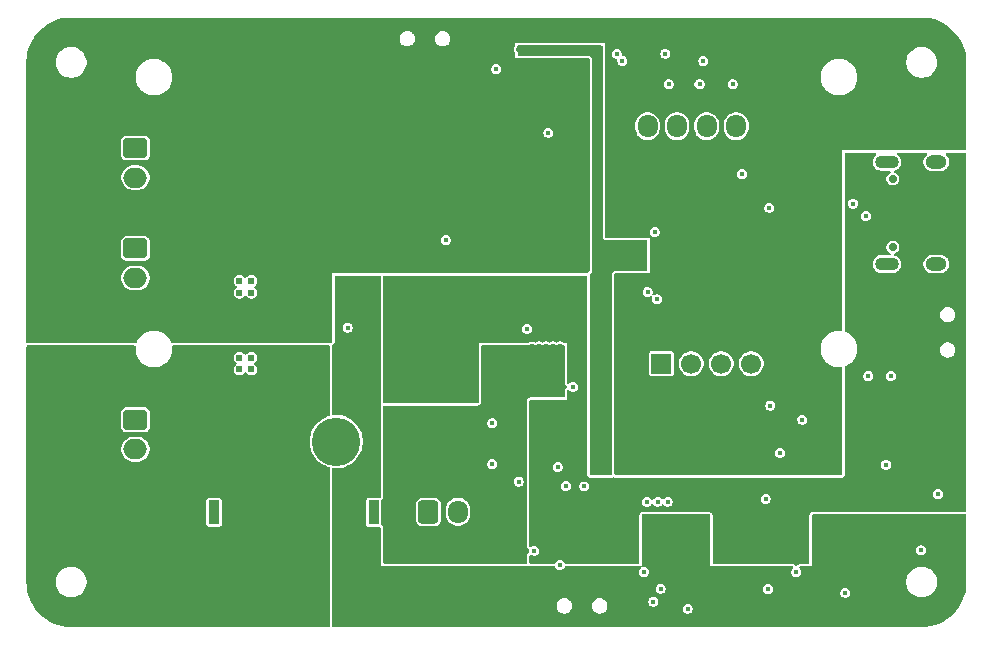
<source format=gbr>
%TF.GenerationSoftware,KiCad,Pcbnew,9.0.2*%
%TF.CreationDate,2025-12-01T07:49:57-05:00*%
%TF.ProjectId,VolleyBot,566f6c6c-6579-4426-9f74-2e6b69636164,rev?*%
%TF.SameCoordinates,Original*%
%TF.FileFunction,Copper,L3,Inr*%
%TF.FilePolarity,Positive*%
%FSLAX46Y46*%
G04 Gerber Fmt 4.6, Leading zero omitted, Abs format (unit mm)*
G04 Created by KiCad (PCBNEW 9.0.2) date 2025-12-01 07:49:57*
%MOMM*%
%LPD*%
G01*
G04 APERTURE LIST*
G04 Aperture macros list*
%AMRoundRect*
0 Rectangle with rounded corners*
0 $1 Rounding radius*
0 $2 $3 $4 $5 $6 $7 $8 $9 X,Y pos of 4 corners*
0 Add a 4 corners polygon primitive as box body*
4,1,4,$2,$3,$4,$5,$6,$7,$8,$9,$2,$3,0*
0 Add four circle primitives for the rounded corners*
1,1,$1+$1,$2,$3*
1,1,$1+$1,$4,$5*
1,1,$1+$1,$6,$7*
1,1,$1+$1,$8,$9*
0 Add four rect primitives between the rounded corners*
20,1,$1+$1,$2,$3,$4,$5,0*
20,1,$1+$1,$4,$5,$6,$7,0*
20,1,$1+$1,$6,$7,$8,$9,0*
20,1,$1+$1,$8,$9,$2,$3,0*%
G04 Aperture macros list end*
%TA.AperFunction,ComponentPad*%
%ADD10O,1.700000X1.950000*%
%TD*%
%TA.AperFunction,ComponentPad*%
%ADD11RoundRect,0.250000X0.600000X0.725000X-0.600000X0.725000X-0.600000X-0.725000X0.600000X-0.725000X0*%
%TD*%
%TA.AperFunction,ComponentPad*%
%ADD12O,1.800000X1.200000*%
%TD*%
%TA.AperFunction,ComponentPad*%
%ADD13O,2.000000X1.100000*%
%TD*%
%TA.AperFunction,ComponentPad*%
%ADD14C,0.700000*%
%TD*%
%TA.AperFunction,ComponentPad*%
%ADD15C,0.610000*%
%TD*%
%TA.AperFunction,ComponentPad*%
%ADD16C,1.700000*%
%TD*%
%TA.AperFunction,ComponentPad*%
%ADD17R,1.700000X1.700000*%
%TD*%
%TA.AperFunction,ComponentPad*%
%ADD18RoundRect,0.250000X-0.750000X0.600000X-0.750000X-0.600000X0.750000X-0.600000X0.750000X0.600000X0*%
%TD*%
%TA.AperFunction,ComponentPad*%
%ADD19O,2.000000X1.700000*%
%TD*%
%TA.AperFunction,ComponentPad*%
%ADD20RoundRect,0.250000X-0.600000X-0.725000X0.600000X-0.725000X0.600000X0.725000X-0.600000X0.725000X0*%
%TD*%
%TA.AperFunction,ComponentPad*%
%ADD21R,0.900000X2.000000*%
%TD*%
%TA.AperFunction,ComponentPad*%
%ADD22RoundRect,1.025000X1.025000X1.025000X-1.025000X1.025000X-1.025000X-1.025000X1.025000X-1.025000X0*%
%TD*%
%TA.AperFunction,ComponentPad*%
%ADD23C,4.100000*%
%TD*%
%TA.AperFunction,ViaPad*%
%ADD24C,0.450000*%
%TD*%
G04 APERTURE END LIST*
D10*
%TO.N,-BATT*%
%TO.C,J2*%
X126300000Y-73645000D03*
%TO.N,/NRST*%
X128800000Y-73645000D03*
%TO.N,/SWDIO*%
X131300000Y-73645000D03*
%TO.N,/SWCLK*%
X133800000Y-73645000D03*
D11*
%TO.N,+3.3V*%
X136300000Y-73645000D03*
%TD*%
D12*
%TO.N,-BATT*%
%TO.C,USB2*%
X150760000Y-76680000D03*
D13*
X146550000Y-76680000D03*
D12*
X150760000Y-85320000D03*
D13*
X146550000Y-85320000D03*
D14*
%TO.N,*%
X147080000Y-78110000D03*
X147080000Y-83890000D03*
%TD*%
D15*
%TO.N,*%
%TO.C,U2*%
X92750000Y-86750000D03*
X92750000Y-87750000D03*
X91750000Y-86750000D03*
X91750000Y-87750000D03*
%TD*%
%TO.N,*%
%TO.C,U3*%
X92750000Y-93250000D03*
X92750000Y-94250000D03*
X91750000Y-93250000D03*
X91750000Y-94250000D03*
%TD*%
D16*
%TO.N,/PI_POWER*%
%TO.C,J1*%
X135080000Y-93750000D03*
%TO.N,-BATT*%
X132540000Y-93750000D03*
%TO.N,/USART1_RX*%
X130000000Y-93750000D03*
D17*
%TO.N,/USART1_TX*%
X127460000Y-93750000D03*
%TD*%
D18*
%TO.N,Net-(J7-Pin_1)*%
%TO.C,J7*%
X82945000Y-98500000D03*
D19*
%TO.N,Net-(J7-Pin_2)*%
X82945000Y-101000000D03*
%TD*%
D18*
%TO.N,Net-(J6-Pin_1)*%
%TO.C,J6*%
X82945000Y-84000000D03*
D19*
%TO.N,Net-(J6-Pin_2)*%
X82945000Y-86500000D03*
%TD*%
D18*
%TO.N,Net-(J5-Pin_1)*%
%TO.C,J5*%
X82945000Y-75500000D03*
D19*
%TO.N,Net-(J5-Pin_2)*%
X82945000Y-78000000D03*
%TD*%
D20*
%TO.N,-BATT*%
%TO.C,J4*%
X107750000Y-106305000D03*
D10*
%TO.N,Net-(J4-Pin_2)*%
X110250000Y-106305000D03*
%TO.N,+BATT*%
X112750000Y-106305000D03*
%TD*%
D21*
%TO.N,*%
%TO.C,J3*%
X103100000Y-106350000D03*
X89600000Y-106350000D03*
D22*
%TO.N,+BATT*%
X92750000Y-100350000D03*
D23*
%TO.N,-BATT*%
X99950000Y-100350000D03*
%TD*%
D24*
%TO.N,-BATT*%
X113150000Y-102250000D03*
X113150000Y-98800000D03*
%TO.N,/NSLEEP2*%
X100900000Y-90700000D03*
X109200000Y-83300000D03*
%TO.N,+3.3V*%
X136300000Y-105200000D03*
X132000000Y-102300000D03*
%TO.N,/5.55V*%
X150900000Y-104800000D03*
X146500000Y-102300000D03*
%TO.N,-BATT*%
X139400000Y-98500000D03*
X137500000Y-101300000D03*
X128000000Y-105450000D03*
X127150000Y-105450000D03*
X126250000Y-105450000D03*
X120950000Y-104150000D03*
%TO.N,/BATT+_IN*%
X141150000Y-107600000D03*
X146900000Y-107600000D03*
X145850000Y-107600000D03*
X143150000Y-107600000D03*
X142100000Y-107600000D03*
%TO.N,-BATT*%
X149450000Y-109550000D03*
%TO.N,+BATT*%
X112800000Y-108000000D03*
%TO.N,-BATT*%
X133500000Y-70100000D03*
X130700000Y-70100000D03*
X128100000Y-70100000D03*
%TO.N,+3.3V*%
X127550000Y-78450000D03*
%TO.N,-BATT*%
X143050000Y-113150000D03*
X129700000Y-114500000D03*
X136500000Y-112850000D03*
X126800000Y-113900000D03*
%TO.N,+3.3V*%
X134800000Y-86400000D03*
%TO.N,+BATT*%
X109300000Y-103600000D03*
%TO.N,+5V*%
X145000000Y-94800000D03*
X146900000Y-94800000D03*
%TO.N,-BATT*%
X127100000Y-88300000D03*
%TO.N,/BATT+_IN*%
X126300000Y-87700000D03*
X119400000Y-104100000D03*
%TO.N,VBUS*%
X108600000Y-94200000D03*
X111300000Y-96700000D03*
%TO.N,-BATT*%
X117900000Y-74200000D03*
X113500000Y-68800000D03*
%TO.N,+3.3V*%
X98300000Y-71000000D03*
X97700000Y-72500000D03*
X105200000Y-69300000D03*
X114500000Y-70700000D03*
X138400000Y-77700000D03*
%TO.N,+3.3VA*%
X123000000Y-99300000D03*
X122400000Y-99300000D03*
X121800000Y-99300000D03*
%TO.N,VBUS*%
X147787621Y-79812379D03*
X147787621Y-82187621D03*
X144700000Y-83600000D03*
X144700000Y-78200000D03*
X132500000Y-109500000D03*
%TO.N,/BATT+_IN*%
X128900000Y-108100000D03*
X128300000Y-108100000D03*
X128900000Y-107500000D03*
X128300000Y-107500000D03*
X128900000Y-106900000D03*
X128300000Y-106900000D03*
X102400000Y-94400000D03*
X102400000Y-95400000D03*
X101800000Y-95400000D03*
X101800000Y-94400000D03*
X102500000Y-88200000D03*
X102500000Y-87200000D03*
X101900000Y-88200000D03*
X101900000Y-87200000D03*
%TO.N,+BATT*%
X112800000Y-104700000D03*
%TO.N,VBUS*%
X124000000Y-108800000D03*
X124000000Y-108100000D03*
X124000000Y-107300000D03*
%TO.N,+3.3VA*%
X115400000Y-67100000D03*
X123700000Y-84300000D03*
%TO.N,VBUS*%
X106400000Y-87600000D03*
X106400000Y-86900000D03*
X106200000Y-95400000D03*
X106200000Y-94600000D03*
X117400000Y-102600000D03*
X117400000Y-102000000D03*
X117400000Y-101300000D03*
X117400000Y-100600000D03*
X117400000Y-99900000D03*
X117400000Y-99200000D03*
X117400000Y-98500000D03*
X117400000Y-97800000D03*
%TO.N,Net-(U7-VBATM)*%
X120000000Y-95700000D03*
%TO.N,+BATT*%
X118900000Y-92300000D03*
X118300000Y-92300000D03*
X117700000Y-92300000D03*
X117100000Y-92300000D03*
X116500000Y-92300000D03*
%TO.N,/PI_POWER*%
X138900000Y-111400000D03*
X136700000Y-97300000D03*
%TO.N,Net-(J4-Pin_2)*%
X115400000Y-103735000D03*
X118700000Y-102500000D03*
%TO.N,+BATT*%
X126000000Y-111400000D03*
X127400000Y-112800000D03*
%TO.N,Net-(Q2-G)*%
X116700000Y-109600000D03*
X118900000Y-110800000D03*
%TO.N,/SWDIO*%
X136600000Y-80550000D03*
%TO.N,/SWCLK*%
X134300000Y-77700000D03*
%TO.N,/SPI1_NSS*%
X131026359Y-68126359D03*
X124173641Y-68126359D03*
%TO.N,/SPI1_CLK*%
X123682649Y-67517351D03*
X127800000Y-67500000D03*
%TO.N,/NRST*%
X126900000Y-82602000D03*
%TO.N,/USB_D+*%
X144800000Y-81250000D03*
X143700000Y-80200000D03*
%TO.N,Net-(U7-VBATM)*%
X116100000Y-90800000D03*
%TD*%
%TA.AperFunction,Conductor*%
%TO.N,+BATT*%
G36*
X82919094Y-92224407D02*
G01*
X82955058Y-92273907D01*
X82958684Y-92319988D01*
X82949500Y-92377971D01*
X82949500Y-92622030D01*
X82987677Y-92863071D01*
X83063096Y-93095185D01*
X83173892Y-93312637D01*
X83176734Y-93316548D01*
X83317345Y-93510083D01*
X83489917Y-93682655D01*
X83610943Y-93770585D01*
X83687362Y-93826107D01*
X83778444Y-93872515D01*
X83904815Y-93936904D01*
X84136924Y-94012321D01*
X84136925Y-94012321D01*
X84136928Y-94012322D01*
X84377970Y-94050500D01*
X84377973Y-94050500D01*
X84622030Y-94050500D01*
X84863071Y-94012322D01*
X84863072Y-94012321D01*
X84863076Y-94012321D01*
X85095185Y-93936904D01*
X85312639Y-93826106D01*
X85510083Y-93682655D01*
X85682655Y-93510083D01*
X85826106Y-93312639D01*
X85891931Y-93183450D01*
X91244500Y-93183450D01*
X91244500Y-93316550D01*
X91274880Y-93429930D01*
X91278950Y-93445120D01*
X91335736Y-93543474D01*
X91345499Y-93560384D01*
X91439616Y-93654501D01*
X91456279Y-93664121D01*
X91456526Y-93664264D01*
X91497467Y-93709734D01*
X91503861Y-93770585D01*
X91473268Y-93823572D01*
X91456526Y-93835736D01*
X91439617Y-93845498D01*
X91345497Y-93939618D01*
X91278950Y-94054879D01*
X91278949Y-94054884D01*
X91244500Y-94183450D01*
X91244500Y-94316550D01*
X91250000Y-94337076D01*
X91278950Y-94445120D01*
X91335736Y-94543474D01*
X91345499Y-94560384D01*
X91439616Y-94654501D01*
X91439618Y-94654502D01*
X91554880Y-94721049D01*
X91554878Y-94721049D01*
X91554882Y-94721050D01*
X91554884Y-94721051D01*
X91683450Y-94755500D01*
X91683452Y-94755500D01*
X91816548Y-94755500D01*
X91816550Y-94755500D01*
X91945116Y-94721051D01*
X91945118Y-94721049D01*
X91945120Y-94721049D01*
X91979362Y-94701278D01*
X92060384Y-94654501D01*
X92154501Y-94560384D01*
X92164265Y-94543472D01*
X92209733Y-94502533D01*
X92270583Y-94496137D01*
X92323571Y-94526730D01*
X92335732Y-94543467D01*
X92345499Y-94560384D01*
X92439616Y-94654501D01*
X92439618Y-94654502D01*
X92554880Y-94721049D01*
X92554878Y-94721049D01*
X92554882Y-94721050D01*
X92554884Y-94721051D01*
X92683450Y-94755500D01*
X92683452Y-94755500D01*
X92816548Y-94755500D01*
X92816550Y-94755500D01*
X92945116Y-94721051D01*
X92945118Y-94721049D01*
X92945120Y-94721049D01*
X92979362Y-94701278D01*
X93060384Y-94654501D01*
X93154501Y-94560384D01*
X93221051Y-94445116D01*
X93255500Y-94316550D01*
X93255500Y-94183450D01*
X93221051Y-94054884D01*
X93221049Y-94054881D01*
X93221049Y-94054879D01*
X93154502Y-93939618D01*
X93154501Y-93939616D01*
X93060384Y-93845499D01*
X93043472Y-93835734D01*
X93002533Y-93790267D01*
X92996137Y-93729417D01*
X93026730Y-93676429D01*
X93043467Y-93664267D01*
X93060384Y-93654501D01*
X93154501Y-93560384D01*
X93221051Y-93445116D01*
X93255500Y-93316550D01*
X93255500Y-93183450D01*
X93221051Y-93054884D01*
X93221049Y-93054881D01*
X93221049Y-93054879D01*
X93154502Y-92939618D01*
X93154501Y-92939616D01*
X93060384Y-92845499D01*
X93060381Y-92845497D01*
X92945119Y-92778950D01*
X92945121Y-92778950D01*
X92895235Y-92765583D01*
X92816550Y-92744500D01*
X92683450Y-92744500D01*
X92604764Y-92765583D01*
X92554879Y-92778950D01*
X92439618Y-92845497D01*
X92345498Y-92939617D01*
X92335736Y-92956526D01*
X92290266Y-92997467D01*
X92229415Y-93003861D01*
X92176428Y-92973268D01*
X92164264Y-92956526D01*
X92154502Y-92939618D01*
X92154501Y-92939616D01*
X92060384Y-92845499D01*
X92060381Y-92845497D01*
X91945119Y-92778950D01*
X91945121Y-92778950D01*
X91895235Y-92765583D01*
X91816550Y-92744500D01*
X91683450Y-92744500D01*
X91604764Y-92765583D01*
X91554879Y-92778950D01*
X91439618Y-92845497D01*
X91345497Y-92939618D01*
X91278950Y-93054879D01*
X91259690Y-93126759D01*
X91244500Y-93183450D01*
X85891931Y-93183450D01*
X85936904Y-93095185D01*
X86012321Y-92863076D01*
X86013116Y-92858058D01*
X86050500Y-92622030D01*
X86050500Y-92377971D01*
X86041316Y-92319988D01*
X86050887Y-92259556D01*
X86094151Y-92216291D01*
X86139097Y-92205500D01*
X99295500Y-92205500D01*
X99353691Y-92224407D01*
X99389655Y-92273907D01*
X99394500Y-92304500D01*
X99394500Y-98013271D01*
X99399566Y-98058621D01*
X99399569Y-98058638D01*
X99401808Y-98068531D01*
X99396209Y-98129460D01*
X99355865Y-98175460D01*
X99330873Y-98186005D01*
X99225046Y-98214361D01*
X98952497Y-98327254D01*
X98697002Y-98474764D01*
X98462964Y-98654348D01*
X98254348Y-98862964D01*
X98074764Y-99097002D01*
X97927253Y-99352500D01*
X97814361Y-99625046D01*
X97778580Y-99758584D01*
X97738007Y-99910007D01*
X97738006Y-99910011D01*
X97738006Y-99910013D01*
X97727493Y-99989869D01*
X97699500Y-100202494D01*
X97699500Y-100497506D01*
X97738007Y-100789993D01*
X97766554Y-100896532D01*
X97814361Y-101074953D01*
X97927253Y-101347499D01*
X97927255Y-101347503D01*
X97927257Y-101347507D01*
X98018189Y-101505006D01*
X98074764Y-101602997D01*
X98254348Y-101837035D01*
X98254350Y-101837037D01*
X98254354Y-101837042D01*
X98462958Y-102045646D01*
X98462962Y-102045649D01*
X98462964Y-102045651D01*
X98656274Y-102193983D01*
X98697006Y-102225238D01*
X98952493Y-102372743D01*
X99225048Y-102485639D01*
X99332049Y-102514309D01*
X99383364Y-102547633D01*
X99405291Y-102604754D01*
X99404208Y-102625421D01*
X99394500Y-102686722D01*
X99394500Y-115950500D01*
X99375593Y-116008691D01*
X99326093Y-116044655D01*
X99295500Y-116049500D01*
X77502436Y-116049500D01*
X77497578Y-116049381D01*
X77132443Y-116031442D01*
X77122775Y-116030490D01*
X76763559Y-115977206D01*
X76754030Y-115975310D01*
X76401782Y-115887077D01*
X76392485Y-115884257D01*
X76050573Y-115761918D01*
X76041597Y-115758200D01*
X75713322Y-115602938D01*
X75704754Y-115598358D01*
X75393279Y-115411667D01*
X75385201Y-115406269D01*
X75093531Y-115189951D01*
X75086021Y-115183788D01*
X74816951Y-114939918D01*
X74810086Y-114933053D01*
X74566211Y-114663978D01*
X74560048Y-114656468D01*
X74428409Y-114478974D01*
X74343728Y-114364796D01*
X74338332Y-114356720D01*
X74318692Y-114323953D01*
X74151639Y-114045241D01*
X74147061Y-114036677D01*
X74122581Y-113984919D01*
X73991797Y-113708399D01*
X73988081Y-113699426D01*
X73986495Y-113694993D01*
X73865738Y-113357501D01*
X73862926Y-113348230D01*
X73774688Y-112995968D01*
X73772793Y-112986440D01*
X73771251Y-112976044D01*
X73719508Y-112627220D01*
X73718557Y-112617556D01*
X73717448Y-112594992D01*
X73700619Y-112252422D01*
X73700500Y-112247564D01*
X73700500Y-112147644D01*
X76199500Y-112147644D01*
X76199500Y-112352355D01*
X76231521Y-112554529D01*
X76294780Y-112749219D01*
X76387712Y-112931609D01*
X76387714Y-112931613D01*
X76508029Y-113097213D01*
X76508031Y-113097215D01*
X76508034Y-113097219D01*
X76652781Y-113241966D01*
X76652784Y-113241968D01*
X76652786Y-113241970D01*
X76818386Y-113362285D01*
X76818390Y-113362287D01*
X77000781Y-113455220D01*
X77195466Y-113518477D01*
X77195467Y-113518477D01*
X77195470Y-113518478D01*
X77397645Y-113550500D01*
X77397648Y-113550500D01*
X77602355Y-113550500D01*
X77804529Y-113518478D01*
X77804530Y-113518477D01*
X77804534Y-113518477D01*
X77999219Y-113455220D01*
X78181610Y-113362287D01*
X78195921Y-113351890D01*
X78242515Y-113318037D01*
X78347219Y-113241966D01*
X78491966Y-113097219D01*
X78602564Y-112944993D01*
X78612285Y-112931613D01*
X78612287Y-112931610D01*
X78705220Y-112749219D01*
X78768477Y-112554534D01*
X78776100Y-112506408D01*
X78800500Y-112352355D01*
X78800500Y-112147644D01*
X78768478Y-111945470D01*
X78768477Y-111945466D01*
X78705220Y-111750781D01*
X78612287Y-111568390D01*
X78612285Y-111568386D01*
X78491970Y-111402786D01*
X78491968Y-111402784D01*
X78491966Y-111402781D01*
X78347219Y-111258034D01*
X78347215Y-111258031D01*
X78347213Y-111258029D01*
X78181613Y-111137714D01*
X78181609Y-111137712D01*
X77999219Y-111044780D01*
X77804529Y-110981521D01*
X77602355Y-110949500D01*
X77602352Y-110949500D01*
X77397648Y-110949500D01*
X77397645Y-110949500D01*
X77195470Y-110981521D01*
X77000780Y-111044780D01*
X76818390Y-111137712D01*
X76818386Y-111137714D01*
X76652786Y-111258029D01*
X76508029Y-111402786D01*
X76387714Y-111568386D01*
X76387712Y-111568390D01*
X76294780Y-111750780D01*
X76231521Y-111945470D01*
X76199500Y-112147644D01*
X73700500Y-112147644D01*
X73700500Y-105330253D01*
X88949500Y-105330253D01*
X88949500Y-107369746D01*
X88949501Y-107369758D01*
X88961132Y-107428227D01*
X88961134Y-107428233D01*
X89005445Y-107494548D01*
X89005448Y-107494552D01*
X89071769Y-107538867D01*
X89116231Y-107547711D01*
X89130241Y-107550498D01*
X89130246Y-107550498D01*
X89130252Y-107550500D01*
X89130253Y-107550500D01*
X90069747Y-107550500D01*
X90069748Y-107550500D01*
X90128231Y-107538867D01*
X90194552Y-107494552D01*
X90238867Y-107428231D01*
X90250500Y-107369748D01*
X90250500Y-105330252D01*
X90238867Y-105271769D01*
X90194552Y-105205448D01*
X90194548Y-105205445D01*
X90128233Y-105161134D01*
X90128231Y-105161133D01*
X90128228Y-105161132D01*
X90128227Y-105161132D01*
X90069758Y-105149501D01*
X90069748Y-105149500D01*
X89130252Y-105149500D01*
X89130251Y-105149500D01*
X89130241Y-105149501D01*
X89071772Y-105161132D01*
X89071766Y-105161134D01*
X89005451Y-105205445D01*
X89005445Y-105205451D01*
X88961134Y-105271766D01*
X88961132Y-105271772D01*
X88949501Y-105330241D01*
X88949500Y-105330253D01*
X73700500Y-105330253D01*
X73700500Y-100896532D01*
X81744500Y-100896532D01*
X81744500Y-101103467D01*
X81784869Y-101306418D01*
X81864058Y-101497597D01*
X81864059Y-101497598D01*
X81979023Y-101669655D01*
X82125345Y-101815977D01*
X82297402Y-101930941D01*
X82488580Y-102010130D01*
X82691535Y-102050500D01*
X82691536Y-102050500D01*
X83198464Y-102050500D01*
X83198465Y-102050500D01*
X83401420Y-102010130D01*
X83592598Y-101930941D01*
X83764655Y-101815977D01*
X83910977Y-101669655D01*
X84025941Y-101497598D01*
X84105130Y-101306420D01*
X84145500Y-101103465D01*
X84145500Y-100896535D01*
X84105130Y-100693580D01*
X84025941Y-100502402D01*
X83910977Y-100330345D01*
X83764655Y-100184023D01*
X83592598Y-100069059D01*
X83592599Y-100069059D01*
X83592597Y-100069058D01*
X83401418Y-99989869D01*
X83198467Y-99949500D01*
X83198465Y-99949500D01*
X82691535Y-99949500D01*
X82691532Y-99949500D01*
X82488581Y-99989869D01*
X82297402Y-100069058D01*
X82125348Y-100184020D01*
X81979020Y-100330348D01*
X81864058Y-100502402D01*
X81784869Y-100693581D01*
X81744500Y-100896532D01*
X73700500Y-100896532D01*
X73700500Y-97845725D01*
X81744500Y-97845725D01*
X81744500Y-99154274D01*
X81747353Y-99184694D01*
X81747355Y-99184703D01*
X81792207Y-99312883D01*
X81872845Y-99422144D01*
X81872847Y-99422146D01*
X81872850Y-99422150D01*
X81872853Y-99422152D01*
X81872855Y-99422154D01*
X81982116Y-99502792D01*
X81982117Y-99502792D01*
X81982118Y-99502793D01*
X82110301Y-99547646D01*
X82140725Y-99550499D01*
X82140727Y-99550500D01*
X82140734Y-99550500D01*
X83749273Y-99550500D01*
X83749273Y-99550499D01*
X83779699Y-99547646D01*
X83907882Y-99502793D01*
X84017150Y-99422150D01*
X84097793Y-99312882D01*
X84142646Y-99184699D01*
X84145499Y-99154273D01*
X84145500Y-99154273D01*
X84145500Y-97845727D01*
X84145499Y-97845725D01*
X84142646Y-97815305D01*
X84142646Y-97815301D01*
X84097793Y-97687118D01*
X84017150Y-97577850D01*
X84017146Y-97577847D01*
X84017144Y-97577845D01*
X83907883Y-97497207D01*
X83779703Y-97452355D01*
X83779694Y-97452353D01*
X83749274Y-97449500D01*
X83749266Y-97449500D01*
X82140734Y-97449500D01*
X82140725Y-97449500D01*
X82110305Y-97452353D01*
X82110296Y-97452355D01*
X81982116Y-97497207D01*
X81872855Y-97577845D01*
X81872845Y-97577855D01*
X81792207Y-97687116D01*
X81747355Y-97815296D01*
X81747353Y-97815305D01*
X81744500Y-97845725D01*
X73700500Y-97845725D01*
X73700500Y-92304500D01*
X73719407Y-92246309D01*
X73768907Y-92210345D01*
X73799500Y-92205500D01*
X82860903Y-92205500D01*
X82919094Y-92224407D01*
G37*
%TD.AperFunction*%
%TA.AperFunction,Conductor*%
G36*
X116541551Y-92083373D02*
G01*
X116559614Y-92088212D01*
X116572326Y-92091618D01*
X116596200Y-92101506D01*
X116647749Y-92131269D01*
X116686998Y-92148743D01*
X116726150Y-92161464D01*
X116740932Y-92165663D01*
X116832378Y-92167031D01*
X116892226Y-92154310D01*
X116952252Y-92131268D01*
X116959171Y-92127273D01*
X117003794Y-92101509D01*
X117027669Y-92091619D01*
X117058452Y-92083371D01*
X117084068Y-92080000D01*
X117115930Y-92080000D01*
X117141551Y-92083373D01*
X117159614Y-92088212D01*
X117172326Y-92091618D01*
X117196200Y-92101506D01*
X117247749Y-92131269D01*
X117286998Y-92148743D01*
X117326150Y-92161464D01*
X117340932Y-92165663D01*
X117432378Y-92167031D01*
X117492226Y-92154310D01*
X117552252Y-92131268D01*
X117559171Y-92127273D01*
X117603794Y-92101509D01*
X117627669Y-92091619D01*
X117658452Y-92083371D01*
X117684068Y-92080000D01*
X117715930Y-92080000D01*
X117741551Y-92083373D01*
X117759614Y-92088212D01*
X117772326Y-92091618D01*
X117796200Y-92101506D01*
X117847749Y-92131269D01*
X117886998Y-92148743D01*
X117926150Y-92161464D01*
X117940932Y-92165663D01*
X118032378Y-92167031D01*
X118092226Y-92154310D01*
X118152252Y-92131268D01*
X118159171Y-92127273D01*
X118203794Y-92101509D01*
X118227669Y-92091619D01*
X118258452Y-92083371D01*
X118284068Y-92080000D01*
X118315930Y-92080000D01*
X118341551Y-92083373D01*
X118359614Y-92088212D01*
X118372326Y-92091618D01*
X118396200Y-92101506D01*
X118447749Y-92131269D01*
X118486998Y-92148743D01*
X118526150Y-92161464D01*
X118540932Y-92165663D01*
X118632378Y-92167031D01*
X118692226Y-92154310D01*
X118752252Y-92131268D01*
X118759171Y-92127273D01*
X118803794Y-92101509D01*
X118827669Y-92091619D01*
X118858452Y-92083371D01*
X118884068Y-92080000D01*
X118915929Y-92080000D01*
X118941550Y-92083373D01*
X118970158Y-92091037D01*
X118972316Y-92091616D01*
X118972324Y-92091618D01*
X118996200Y-92101507D01*
X119021965Y-92116382D01*
X119028224Y-92119996D01*
X119043015Y-92130449D01*
X119051103Y-92137357D01*
X119121062Y-92176536D01*
X119179253Y-92195443D01*
X119189125Y-92197006D01*
X119210986Y-92200469D01*
X119265503Y-92228245D01*
X119293281Y-92282762D01*
X119294500Y-92298250D01*
X119294500Y-95359245D01*
X119300178Y-95407217D01*
X119310968Y-95452162D01*
X119314545Y-95464323D01*
X119316821Y-95472060D01*
X119365477Y-95549496D01*
X119365481Y-95549501D01*
X119408735Y-95592756D01*
X119408741Y-95592761D01*
X119408745Y-95592765D01*
X119437027Y-95616377D01*
X119437028Y-95616377D01*
X119437030Y-95616379D01*
X119437930Y-95616917D01*
X119438619Y-95617706D01*
X119443009Y-95621371D01*
X119442428Y-95622066D01*
X119478187Y-95662993D01*
X119483673Y-95723932D01*
X119452292Y-95776457D01*
X119445347Y-95781996D01*
X119398118Y-95816310D01*
X119370372Y-95840552D01*
X119323464Y-95919062D01*
X119323462Y-95919065D01*
X119304556Y-95977254D01*
X119294500Y-96040751D01*
X119294500Y-96495500D01*
X119275593Y-96553691D01*
X119226093Y-96589655D01*
X119195500Y-96594500D01*
X116399000Y-96594500D01*
X116366856Y-96597030D01*
X116336206Y-96601883D01*
X116331718Y-96602646D01*
X116331713Y-96602647D01*
X116247617Y-96638591D01*
X116198118Y-96674555D01*
X116170372Y-96698797D01*
X116123464Y-96777307D01*
X116123462Y-96777310D01*
X116104556Y-96835499D01*
X116094500Y-96898996D01*
X116094500Y-96899000D01*
X116094500Y-102471035D01*
X116094500Y-104071035D01*
X116094500Y-104771035D01*
X116094500Y-105171035D01*
X116094500Y-105421035D01*
X116094500Y-109168142D01*
X116095625Y-109189616D01*
X116097787Y-109210199D01*
X116097787Y-109210201D01*
X116124193Y-109291475D01*
X116154787Y-109344463D01*
X116154789Y-109344466D01*
X116175994Y-109374589D01*
X116175998Y-109374593D01*
X116242245Y-109424255D01*
X116277465Y-109474287D01*
X116281863Y-109503515D01*
X116281856Y-109516524D01*
X116274500Y-109543982D01*
X116274500Y-109656018D01*
X116281778Y-109683181D01*
X116281772Y-109696238D01*
X116276147Y-109713520D01*
X116275196Y-109731670D01*
X116266591Y-109742883D01*
X116262837Y-109754420D01*
X116251331Y-109762771D01*
X116240963Y-109776283D01*
X116198123Y-109807408D01*
X116170372Y-109831654D01*
X116123464Y-109910164D01*
X116123462Y-109910167D01*
X116104556Y-109968356D01*
X116094500Y-110031853D01*
X116094500Y-110595500D01*
X116075593Y-110653691D01*
X116026093Y-110689655D01*
X115995500Y-110694500D01*
X104004500Y-110694500D01*
X103946309Y-110675593D01*
X103910345Y-110626093D01*
X103905500Y-110595500D01*
X103905500Y-107645230D01*
X103905500Y-107645223D01*
X103898841Y-107593334D01*
X103886217Y-107544958D01*
X103878527Y-107521406D01*
X103826865Y-107445939D01*
X103826862Y-107445936D01*
X103782300Y-107404745D01*
X103752403Y-107351362D01*
X103750500Y-107332046D01*
X103750500Y-105525725D01*
X106699500Y-105525725D01*
X106699500Y-107084274D01*
X106702353Y-107114694D01*
X106702355Y-107114703D01*
X106747207Y-107242883D01*
X106827845Y-107352144D01*
X106827847Y-107352146D01*
X106827850Y-107352150D01*
X106827853Y-107352152D01*
X106827855Y-107352154D01*
X106937116Y-107432792D01*
X106937117Y-107432792D01*
X106937118Y-107432793D01*
X107065301Y-107477646D01*
X107095725Y-107480499D01*
X107095727Y-107480500D01*
X107095734Y-107480500D01*
X108404273Y-107480500D01*
X108404273Y-107480499D01*
X108434699Y-107477646D01*
X108562882Y-107432793D01*
X108672150Y-107352150D01*
X108752793Y-107242882D01*
X108797646Y-107114699D01*
X108800499Y-107084273D01*
X108800500Y-107084273D01*
X108800500Y-106076532D01*
X109199500Y-106076532D01*
X109199500Y-106533467D01*
X109239869Y-106736418D01*
X109319058Y-106927597D01*
X109434020Y-107099651D01*
X109434023Y-107099655D01*
X109580345Y-107245977D01*
X109752402Y-107360941D01*
X109943580Y-107440130D01*
X110146535Y-107480500D01*
X110146536Y-107480500D01*
X110353464Y-107480500D01*
X110353465Y-107480500D01*
X110556420Y-107440130D01*
X110747598Y-107360941D01*
X110919655Y-107245977D01*
X111065977Y-107099655D01*
X111180941Y-106927598D01*
X111260130Y-106736420D01*
X111300500Y-106533465D01*
X111300500Y-106076535D01*
X111260130Y-105873580D01*
X111180941Y-105682402D01*
X111065977Y-105510345D01*
X110919655Y-105364023D01*
X110908706Y-105356707D01*
X110747597Y-105249058D01*
X110556418Y-105169869D01*
X110353467Y-105129500D01*
X110353465Y-105129500D01*
X110146535Y-105129500D01*
X110146532Y-105129500D01*
X109943581Y-105169869D01*
X109752402Y-105249058D01*
X109580348Y-105364020D01*
X109434020Y-105510348D01*
X109319058Y-105682402D01*
X109239869Y-105873581D01*
X109199500Y-106076532D01*
X108800500Y-106076532D01*
X108800500Y-105525727D01*
X108800499Y-105525725D01*
X108797646Y-105495305D01*
X108797646Y-105495301D01*
X108752793Y-105367118D01*
X108752701Y-105366994D01*
X108672154Y-105257855D01*
X108672152Y-105257853D01*
X108672150Y-105257850D01*
X108672146Y-105257847D01*
X108672144Y-105257845D01*
X108562883Y-105177207D01*
X108434703Y-105132355D01*
X108434694Y-105132353D01*
X108404274Y-105129500D01*
X108404266Y-105129500D01*
X107095734Y-105129500D01*
X107095725Y-105129500D01*
X107065305Y-105132353D01*
X107065296Y-105132355D01*
X106937116Y-105177207D01*
X106827855Y-105257845D01*
X106827845Y-105257855D01*
X106747207Y-105367116D01*
X106702355Y-105495296D01*
X106702353Y-105495305D01*
X106699500Y-105525725D01*
X103750500Y-105525725D01*
X103750500Y-105366994D01*
X103769407Y-105308803D01*
X103791310Y-105286901D01*
X103801883Y-105279220D01*
X103829628Y-105254979D01*
X103876536Y-105176469D01*
X103895443Y-105118278D01*
X103903894Y-105064918D01*
X103905500Y-105054779D01*
X103905500Y-103678982D01*
X114974500Y-103678982D01*
X114974500Y-103791018D01*
X115000072Y-103886455D01*
X115003498Y-103899241D01*
X115059513Y-103996260D01*
X115059515Y-103996263D01*
X115138737Y-104075485D01*
X115138739Y-104075486D01*
X115235759Y-104131501D01*
X115235757Y-104131501D01*
X115235761Y-104131502D01*
X115235763Y-104131503D01*
X115343982Y-104160500D01*
X115343984Y-104160500D01*
X115456016Y-104160500D01*
X115456018Y-104160500D01*
X115564237Y-104131503D01*
X115564239Y-104131501D01*
X115564241Y-104131501D01*
X115593064Y-104114859D01*
X115661263Y-104075485D01*
X115740485Y-103996263D01*
X115796503Y-103899237D01*
X115825500Y-103791018D01*
X115825500Y-103678982D01*
X115796503Y-103570763D01*
X115796501Y-103570760D01*
X115796501Y-103570758D01*
X115740486Y-103473739D01*
X115740485Y-103473737D01*
X115661263Y-103394515D01*
X115661260Y-103394513D01*
X115564240Y-103338498D01*
X115564242Y-103338498D01*
X115522251Y-103327247D01*
X115456018Y-103309500D01*
X115343982Y-103309500D01*
X115277748Y-103327247D01*
X115235758Y-103338498D01*
X115138739Y-103394513D01*
X115059513Y-103473739D01*
X115003498Y-103570758D01*
X115003497Y-103570763D01*
X114974500Y-103678982D01*
X103905500Y-103678982D01*
X103905500Y-102193982D01*
X112724500Y-102193982D01*
X112724500Y-102306018D01*
X112730648Y-102328962D01*
X112753498Y-102414241D01*
X112809513Y-102511260D01*
X112809515Y-102511263D01*
X112888737Y-102590485D01*
X112888739Y-102590486D01*
X112985759Y-102646501D01*
X112985757Y-102646501D01*
X112985761Y-102646502D01*
X112985763Y-102646503D01*
X113093982Y-102675500D01*
X113093984Y-102675500D01*
X113206016Y-102675500D01*
X113206018Y-102675500D01*
X113314237Y-102646503D01*
X113314239Y-102646501D01*
X113314241Y-102646501D01*
X113386548Y-102604754D01*
X113411263Y-102590485D01*
X113490485Y-102511263D01*
X113546503Y-102414237D01*
X113575500Y-102306018D01*
X113575500Y-102193982D01*
X113546503Y-102085763D01*
X113546501Y-102085760D01*
X113546501Y-102085758D01*
X113490486Y-101988739D01*
X113490485Y-101988737D01*
X113411263Y-101909515D01*
X113411260Y-101909513D01*
X113314240Y-101853498D01*
X113314242Y-101853498D01*
X113272251Y-101842247D01*
X113206018Y-101824500D01*
X113093982Y-101824500D01*
X113027748Y-101842247D01*
X112985758Y-101853498D01*
X112888739Y-101909513D01*
X112809513Y-101988739D01*
X112753498Y-102085758D01*
X112753497Y-102085763D01*
X112724500Y-102193982D01*
X103905500Y-102193982D01*
X103905500Y-98743982D01*
X112724500Y-98743982D01*
X112724500Y-98856018D01*
X112750072Y-98951455D01*
X112753498Y-98964241D01*
X112809513Y-99061260D01*
X112809515Y-99061263D01*
X112888737Y-99140485D01*
X112888739Y-99140486D01*
X112985759Y-99196501D01*
X112985757Y-99196501D01*
X112985761Y-99196502D01*
X112985763Y-99196503D01*
X113093982Y-99225500D01*
X113093984Y-99225500D01*
X113206016Y-99225500D01*
X113206018Y-99225500D01*
X113314237Y-99196503D01*
X113314239Y-99196501D01*
X113314241Y-99196501D01*
X113343064Y-99179859D01*
X113411263Y-99140485D01*
X113490485Y-99061263D01*
X113546503Y-98964237D01*
X113575500Y-98856018D01*
X113575500Y-98743982D01*
X113546503Y-98635763D01*
X113546501Y-98635760D01*
X113546501Y-98635758D01*
X113490486Y-98538739D01*
X113490485Y-98538737D01*
X113411263Y-98459515D01*
X113411260Y-98459513D01*
X113314240Y-98403498D01*
X113314242Y-98403498D01*
X113272251Y-98392247D01*
X113206018Y-98374500D01*
X113093982Y-98374500D01*
X113027748Y-98392247D01*
X112985758Y-98403498D01*
X112888739Y-98459513D01*
X112809513Y-98538739D01*
X112753498Y-98635758D01*
X112742704Y-98676043D01*
X112724500Y-98743982D01*
X103905500Y-98743982D01*
X103905500Y-97404500D01*
X103924407Y-97346309D01*
X103973907Y-97310345D01*
X104004500Y-97305500D01*
X111900993Y-97305500D01*
X111901000Y-97305500D01*
X111933144Y-97302970D01*
X111963737Y-97298125D01*
X111963748Y-97298123D01*
X111963793Y-97298116D01*
X111968281Y-97297353D01*
X111968280Y-97297353D01*
X111968287Y-97297352D01*
X112052383Y-97261408D01*
X112101883Y-97225444D01*
X112129628Y-97201203D01*
X112176536Y-97122693D01*
X112195443Y-97064502D01*
X112205500Y-97001000D01*
X112205500Y-92304500D01*
X112224407Y-92246309D01*
X112273907Y-92210345D01*
X112304500Y-92205500D01*
X116157231Y-92205500D01*
X116157245Y-92205500D01*
X116173370Y-92204866D01*
X116188857Y-92203647D01*
X116266026Y-92181883D01*
X116320540Y-92154107D01*
X116346735Y-92135075D01*
X116355403Y-92129447D01*
X116403792Y-92101509D01*
X116427671Y-92091619D01*
X116427683Y-92091616D01*
X116434231Y-92089861D01*
X116458449Y-92083373D01*
X116484069Y-92080000D01*
X116515930Y-92080000D01*
X116541551Y-92083373D01*
G37*
%TD.AperFunction*%
%TD*%
%TA.AperFunction,Conductor*%
%TO.N,+3.3VA*%
G36*
X122453691Y-66824407D02*
G01*
X122489655Y-66873907D01*
X122494500Y-66904500D01*
X122494500Y-67488386D01*
X122494500Y-69394142D01*
X122494500Y-70071035D01*
X122494500Y-73436769D01*
X122494500Y-77671035D01*
X122494500Y-80521035D01*
X122494500Y-82573035D01*
X122494500Y-83001000D01*
X122497030Y-83033143D01*
X122501883Y-83063793D01*
X122502646Y-83068281D01*
X122502647Y-83068286D01*
X122538591Y-83152382D01*
X122538592Y-83152383D01*
X122574556Y-83201883D01*
X122598797Y-83229628D01*
X122677307Y-83276536D01*
X122735498Y-83295443D01*
X122748198Y-83297454D01*
X122798996Y-83305500D01*
X122799000Y-83305500D01*
X126195500Y-83305500D01*
X126253691Y-83324407D01*
X126289655Y-83373907D01*
X126294500Y-83404500D01*
X126294500Y-85795500D01*
X126275593Y-85853691D01*
X126226093Y-85889655D01*
X126195500Y-85894500D01*
X123599000Y-85894500D01*
X123566856Y-85897030D01*
X123536206Y-85901883D01*
X123531718Y-85902646D01*
X123531713Y-85902647D01*
X123447617Y-85938591D01*
X123398118Y-85974555D01*
X123370372Y-85998797D01*
X123323464Y-86077307D01*
X123323462Y-86077310D01*
X123304556Y-86135499D01*
X123294500Y-86198996D01*
X123294500Y-103101000D01*
X123275593Y-103159191D01*
X123226093Y-103195155D01*
X123195500Y-103200000D01*
X121499000Y-103200000D01*
X121440809Y-103181093D01*
X121404845Y-103131593D01*
X121400000Y-103101000D01*
X121400000Y-86231627D01*
X121418907Y-86173436D01*
X121428990Y-86161629D01*
X121516314Y-86074306D01*
X121527269Y-86062456D01*
X121537358Y-86050643D01*
X121576536Y-85980685D01*
X121595443Y-85922494D01*
X121599476Y-85897030D01*
X121605500Y-85858995D01*
X121605500Y-67999006D01*
X121604892Y-67991277D01*
X121602970Y-67966856D01*
X121598125Y-67936263D01*
X121598116Y-67936206D01*
X121597353Y-67931718D01*
X121597352Y-67931713D01*
X121561408Y-67847617D01*
X121548365Y-67829665D01*
X121525444Y-67798117D01*
X121501203Y-67770372D01*
X121422693Y-67723464D01*
X121422691Y-67723463D01*
X121422689Y-67723462D01*
X121364499Y-67704556D01*
X121364500Y-67704556D01*
X121301003Y-67694500D01*
X121301000Y-67694500D01*
X115404500Y-67694500D01*
X115346309Y-67675593D01*
X115310345Y-67626093D01*
X115305500Y-67595500D01*
X115305500Y-67442768D01*
X115305500Y-67442755D01*
X115304866Y-67426630D01*
X115303647Y-67411143D01*
X115281884Y-67333975D01*
X115271438Y-67313473D01*
X115254114Y-67279471D01*
X115254111Y-67279467D01*
X115254108Y-67279460D01*
X115235083Y-67253276D01*
X115229456Y-67244611D01*
X115201508Y-67196204D01*
X115191620Y-67172331D01*
X115183373Y-67141551D01*
X115180000Y-67115929D01*
X115180000Y-67084068D01*
X115183373Y-67058448D01*
X115191619Y-67027670D01*
X115201510Y-67003790D01*
X115219990Y-66971782D01*
X115230445Y-66956987D01*
X115237354Y-66948899D01*
X115276536Y-66878937D01*
X115278170Y-66873908D01*
X115314134Y-66824408D01*
X115372324Y-66805500D01*
X122395500Y-66805500D01*
X122453691Y-66824407D01*
G37*
%TD.AperFunction*%
%TD*%
%TA.AperFunction,Conductor*%
%TO.N,/BATT+_IN*%
G36*
X103659191Y-86324407D02*
G01*
X103695155Y-86373907D01*
X103700000Y-86404500D01*
X103700000Y-105054776D01*
X103681093Y-105112967D01*
X103631593Y-105148931D01*
X103581688Y-105151874D01*
X103569756Y-105149500D01*
X103569748Y-105149500D01*
X102630252Y-105149500D01*
X102630251Y-105149500D01*
X102630241Y-105149501D01*
X102571772Y-105161132D01*
X102571766Y-105161134D01*
X102505451Y-105205445D01*
X102505445Y-105205451D01*
X102461134Y-105271766D01*
X102461132Y-105271772D01*
X102449501Y-105330241D01*
X102449500Y-105330253D01*
X102449500Y-107369746D01*
X102449501Y-107369758D01*
X102461132Y-107428227D01*
X102461134Y-107428233D01*
X102505445Y-107494548D01*
X102505448Y-107494552D01*
X102571769Y-107538867D01*
X102616231Y-107547711D01*
X102630241Y-107550498D01*
X102630246Y-107550498D01*
X102630252Y-107550500D01*
X102630253Y-107550500D01*
X103569747Y-107550500D01*
X103569748Y-107550500D01*
X103581683Y-107548126D01*
X103642444Y-107555315D01*
X103687376Y-107596847D01*
X103700000Y-107645223D01*
X103700000Y-110900000D01*
X103700001Y-110900000D01*
X118410740Y-110900000D01*
X118468931Y-110918907D01*
X118500239Y-110958624D01*
X118500252Y-110958617D01*
X118500302Y-110958704D01*
X118502205Y-110961118D01*
X118503497Y-110964237D01*
X118558504Y-111059513D01*
X118559515Y-111061263D01*
X118638737Y-111140485D01*
X118638739Y-111140486D01*
X118735759Y-111196501D01*
X118735757Y-111196501D01*
X118735761Y-111196502D01*
X118735763Y-111196503D01*
X118843982Y-111225500D01*
X118843984Y-111225500D01*
X118956016Y-111225500D01*
X118956018Y-111225500D01*
X119064237Y-111196503D01*
X119064239Y-111196501D01*
X119064241Y-111196501D01*
X119093064Y-111179859D01*
X119161263Y-111140485D01*
X119240485Y-111061263D01*
X119296503Y-110964237D01*
X119296504Y-110964230D01*
X119297795Y-110961118D01*
X119299366Y-110959277D01*
X119299748Y-110958617D01*
X119299870Y-110958687D01*
X119337530Y-110914590D01*
X119389260Y-110900000D01*
X125659245Y-110900000D01*
X125717436Y-110918907D01*
X125753400Y-110968407D01*
X125753400Y-111029593D01*
X125729250Y-111069001D01*
X125660540Y-111137712D01*
X125659513Y-111138739D01*
X125603498Y-111235758D01*
X125587286Y-111296263D01*
X125574500Y-111343982D01*
X125574500Y-111456018D01*
X125600072Y-111551455D01*
X125603498Y-111564241D01*
X125659513Y-111661260D01*
X125659515Y-111661263D01*
X125738737Y-111740485D01*
X125756570Y-111750781D01*
X125835759Y-111796501D01*
X125835757Y-111796501D01*
X125835761Y-111796502D01*
X125835763Y-111796503D01*
X125943982Y-111825500D01*
X125943984Y-111825500D01*
X126056016Y-111825500D01*
X126056018Y-111825500D01*
X126164237Y-111796503D01*
X126164239Y-111796501D01*
X126164241Y-111796501D01*
X126193064Y-111779859D01*
X126261263Y-111740485D01*
X126340485Y-111661263D01*
X126379859Y-111593064D01*
X126396501Y-111564241D01*
X126396501Y-111564239D01*
X126396503Y-111564237D01*
X126425500Y-111456018D01*
X126425500Y-111343982D01*
X126396503Y-111235763D01*
X126396501Y-111235760D01*
X126396501Y-111235758D01*
X126340486Y-111138739D01*
X126340485Y-111138737D01*
X126261263Y-111059515D01*
X126261260Y-111059513D01*
X126164240Y-111003498D01*
X126164242Y-111003498D01*
X126122251Y-110992247D01*
X126056018Y-110974500D01*
X125943982Y-110974500D01*
X125943979Y-110974500D01*
X125924621Y-110979687D01*
X125863519Y-110976484D01*
X125815970Y-110937977D01*
X125800000Y-110884060D01*
X125800000Y-106599000D01*
X125818907Y-106540809D01*
X125868407Y-106504845D01*
X125899000Y-106500000D01*
X131501000Y-106500000D01*
X131559191Y-106518907D01*
X131595155Y-106568407D01*
X131600000Y-106599000D01*
X131600000Y-110900000D01*
X131600001Y-110900000D01*
X138559245Y-110900000D01*
X138617436Y-110918907D01*
X138653400Y-110968407D01*
X138653400Y-111029593D01*
X138629250Y-111069001D01*
X138560540Y-111137712D01*
X138559513Y-111138739D01*
X138503498Y-111235758D01*
X138487286Y-111296263D01*
X138474500Y-111343982D01*
X138474500Y-111456018D01*
X138500072Y-111551455D01*
X138503498Y-111564241D01*
X138559513Y-111661260D01*
X138559515Y-111661263D01*
X138638737Y-111740485D01*
X138656570Y-111750781D01*
X138735759Y-111796501D01*
X138735757Y-111796501D01*
X138735761Y-111796502D01*
X138735763Y-111796503D01*
X138843982Y-111825500D01*
X138843984Y-111825500D01*
X138956016Y-111825500D01*
X138956018Y-111825500D01*
X139064237Y-111796503D01*
X139064239Y-111796501D01*
X139064241Y-111796501D01*
X139093064Y-111779859D01*
X139161263Y-111740485D01*
X139240485Y-111661263D01*
X139279859Y-111593064D01*
X139296501Y-111564241D01*
X139296501Y-111564239D01*
X139296503Y-111564237D01*
X139325500Y-111456018D01*
X139325500Y-111343982D01*
X139296503Y-111235763D01*
X139296501Y-111235760D01*
X139296501Y-111235758D01*
X139240486Y-111138739D01*
X139240485Y-111138737D01*
X139170749Y-111069001D01*
X139142974Y-111014487D01*
X139152545Y-110954055D01*
X139195810Y-110910790D01*
X139240755Y-110900000D01*
X140199999Y-110900000D01*
X140200000Y-110900000D01*
X140200000Y-109493982D01*
X149024500Y-109493982D01*
X149024500Y-109606018D01*
X149040100Y-109664237D01*
X149053498Y-109714241D01*
X149109513Y-109811260D01*
X149109515Y-109811263D01*
X149188737Y-109890485D01*
X149221079Y-109909157D01*
X149285759Y-109946501D01*
X149285757Y-109946501D01*
X149285761Y-109946502D01*
X149285763Y-109946503D01*
X149393982Y-109975500D01*
X149393984Y-109975500D01*
X149506016Y-109975500D01*
X149506018Y-109975500D01*
X149614237Y-109946503D01*
X149614239Y-109946501D01*
X149614241Y-109946501D01*
X149650615Y-109925500D01*
X149711263Y-109890485D01*
X149790485Y-109811263D01*
X149846503Y-109714237D01*
X149875500Y-109606018D01*
X149875500Y-109493982D01*
X149846503Y-109385763D01*
X149846501Y-109385760D01*
X149846501Y-109385758D01*
X149790486Y-109288739D01*
X149790485Y-109288737D01*
X149711263Y-109209515D01*
X149688726Y-109196503D01*
X149614240Y-109153498D01*
X149614242Y-109153498D01*
X149565675Y-109140485D01*
X149506018Y-109124500D01*
X149393982Y-109124500D01*
X149334325Y-109140485D01*
X149285758Y-109153498D01*
X149188739Y-109209513D01*
X149109513Y-109288739D01*
X149053498Y-109385758D01*
X149053497Y-109385763D01*
X149024500Y-109493982D01*
X140200000Y-109493982D01*
X140200000Y-106599000D01*
X140218907Y-106540809D01*
X140268407Y-106504845D01*
X140299000Y-106500000D01*
X153200500Y-106500000D01*
X153258691Y-106518907D01*
X153294655Y-106568407D01*
X153299500Y-106599000D01*
X153299500Y-112247564D01*
X153299381Y-112252422D01*
X153281442Y-112617556D01*
X153280490Y-112627224D01*
X153227206Y-112986440D01*
X153225310Y-112995969D01*
X153137077Y-113348217D01*
X153134257Y-113357514D01*
X153011918Y-113699426D01*
X153008200Y-113708402D01*
X152852938Y-114036677D01*
X152848358Y-114045245D01*
X152661667Y-114356720D01*
X152656269Y-114364798D01*
X152439951Y-114656468D01*
X152433788Y-114663978D01*
X152189918Y-114933048D01*
X152183048Y-114939918D01*
X151913978Y-115183788D01*
X151906468Y-115189951D01*
X151614798Y-115406269D01*
X151606720Y-115411667D01*
X151295245Y-115598358D01*
X151286677Y-115602938D01*
X150958402Y-115758200D01*
X150949426Y-115761918D01*
X150607514Y-115884257D01*
X150598217Y-115887077D01*
X150245969Y-115975310D01*
X150236440Y-115977206D01*
X149877224Y-116030490D01*
X149867556Y-116031442D01*
X149502422Y-116049381D01*
X149497564Y-116049500D01*
X99699000Y-116049500D01*
X99640809Y-116030593D01*
X99604845Y-115981093D01*
X99600000Y-115950500D01*
X99600000Y-114195930D01*
X118599500Y-114195930D01*
X118599500Y-114324069D01*
X118624499Y-114449742D01*
X118624500Y-114449747D01*
X118673534Y-114568125D01*
X118673538Y-114568133D01*
X118712466Y-114626391D01*
X118744724Y-114674669D01*
X118835331Y-114765276D01*
X118898848Y-114807717D01*
X118941866Y-114836461D01*
X118941870Y-114836463D01*
X118941873Y-114836465D01*
X119060256Y-114885501D01*
X119185931Y-114910500D01*
X119185932Y-114910500D01*
X119314068Y-114910500D01*
X119314069Y-114910500D01*
X119439744Y-114885501D01*
X119558127Y-114836465D01*
X119664669Y-114765276D01*
X119755276Y-114674669D01*
X119826465Y-114568127D01*
X119875501Y-114449744D01*
X119900500Y-114324069D01*
X119900500Y-114195931D01*
X119900500Y-114195930D01*
X121599500Y-114195930D01*
X121599500Y-114324069D01*
X121624499Y-114449742D01*
X121624500Y-114449747D01*
X121673534Y-114568125D01*
X121673538Y-114568133D01*
X121712466Y-114626391D01*
X121744724Y-114674669D01*
X121835331Y-114765276D01*
X121898848Y-114807717D01*
X121941866Y-114836461D01*
X121941870Y-114836463D01*
X121941873Y-114836465D01*
X122060256Y-114885501D01*
X122185931Y-114910500D01*
X122185932Y-114910500D01*
X122314068Y-114910500D01*
X122314069Y-114910500D01*
X122439744Y-114885501D01*
X122558127Y-114836465D01*
X122664669Y-114765276D01*
X122755276Y-114674669D01*
X122826465Y-114568127D01*
X122875501Y-114449744D01*
X122876646Y-114443982D01*
X129274500Y-114443982D01*
X129274500Y-114556018D01*
X129293356Y-114626391D01*
X129303498Y-114664241D01*
X129359513Y-114761260D01*
X129359515Y-114761263D01*
X129438737Y-114840485D01*
X129438739Y-114840486D01*
X129535759Y-114896501D01*
X129535757Y-114896501D01*
X129535761Y-114896502D01*
X129535763Y-114896503D01*
X129643982Y-114925500D01*
X129643984Y-114925500D01*
X129756016Y-114925500D01*
X129756018Y-114925500D01*
X129864237Y-114896503D01*
X129864239Y-114896501D01*
X129864241Y-114896501D01*
X129893064Y-114879859D01*
X129961263Y-114840485D01*
X130040485Y-114761263D01*
X130079859Y-114693064D01*
X130096501Y-114664241D01*
X130096501Y-114664239D01*
X130096503Y-114664237D01*
X130125500Y-114556018D01*
X130125500Y-114443982D01*
X130096503Y-114335763D01*
X130096501Y-114335760D01*
X130096501Y-114335758D01*
X130040486Y-114238739D01*
X130040485Y-114238737D01*
X129961263Y-114159515D01*
X129961260Y-114159513D01*
X129864240Y-114103498D01*
X129864242Y-114103498D01*
X129822251Y-114092247D01*
X129756018Y-114074500D01*
X129643982Y-114074500D01*
X129577748Y-114092247D01*
X129535758Y-114103498D01*
X129438739Y-114159513D01*
X129359513Y-114238739D01*
X129303498Y-114335758D01*
X129295717Y-114364798D01*
X129274500Y-114443982D01*
X122876646Y-114443982D01*
X122876754Y-114443440D01*
X122881780Y-114418182D01*
X122881780Y-114418179D01*
X122894005Y-114356720D01*
X122900500Y-114324069D01*
X122900500Y-114195931D01*
X122875501Y-114070256D01*
X122826465Y-113951873D01*
X122826463Y-113951870D01*
X122826461Y-113951866D01*
X122786790Y-113892495D01*
X122784953Y-113889746D01*
X122755276Y-113845331D01*
X122753927Y-113843982D01*
X126374500Y-113843982D01*
X126374500Y-113956018D01*
X126396112Y-114036677D01*
X126403498Y-114064241D01*
X126458506Y-114159515D01*
X126459515Y-114161263D01*
X126538737Y-114240485D01*
X126538739Y-114240486D01*
X126635759Y-114296501D01*
X126635757Y-114296501D01*
X126635761Y-114296502D01*
X126635763Y-114296503D01*
X126743982Y-114325500D01*
X126743984Y-114325500D01*
X126856016Y-114325500D01*
X126856018Y-114325500D01*
X126964237Y-114296503D01*
X126964239Y-114296501D01*
X126964241Y-114296501D01*
X126993064Y-114279859D01*
X127061263Y-114240485D01*
X127140485Y-114161263D01*
X127190578Y-114074500D01*
X127196501Y-114064241D01*
X127196501Y-114064239D01*
X127196503Y-114064237D01*
X127225500Y-113956018D01*
X127225500Y-113843982D01*
X127196503Y-113735763D01*
X127196501Y-113735760D01*
X127196501Y-113735758D01*
X127140486Y-113638739D01*
X127140485Y-113638737D01*
X127061263Y-113559515D01*
X127038726Y-113546503D01*
X126964240Y-113503498D01*
X126964242Y-113503498D01*
X126915675Y-113490485D01*
X126856018Y-113474500D01*
X126743982Y-113474500D01*
X126684325Y-113490485D01*
X126635758Y-113503498D01*
X126538739Y-113559513D01*
X126459513Y-113638739D01*
X126403498Y-113735758D01*
X126387286Y-113796263D01*
X126374500Y-113843982D01*
X122753927Y-113843982D01*
X122664669Y-113754724D01*
X122622226Y-113726365D01*
X122558133Y-113683538D01*
X122558125Y-113683534D01*
X122439747Y-113634500D01*
X122439745Y-113634499D01*
X122439744Y-113634499D01*
X122314069Y-113609500D01*
X122185931Y-113609500D01*
X122185930Y-113609500D01*
X122123093Y-113621999D01*
X122060256Y-113634499D01*
X122060255Y-113634499D01*
X122060252Y-113634500D01*
X121941874Y-113683534D01*
X121941866Y-113683538D01*
X121835331Y-113754724D01*
X121835327Y-113754727D01*
X121744727Y-113845327D01*
X121744724Y-113845331D01*
X121673538Y-113951866D01*
X121673534Y-113951874D01*
X121624500Y-114070252D01*
X121624499Y-114070257D01*
X121599500Y-114195930D01*
X119900500Y-114195930D01*
X119875501Y-114070256D01*
X119826465Y-113951873D01*
X119826463Y-113951870D01*
X119826461Y-113951866D01*
X119786790Y-113892495D01*
X119755276Y-113845331D01*
X119664669Y-113754724D01*
X119622226Y-113726365D01*
X119558133Y-113683538D01*
X119558125Y-113683534D01*
X119439747Y-113634500D01*
X119439745Y-113634499D01*
X119439744Y-113634499D01*
X119314069Y-113609500D01*
X119185931Y-113609500D01*
X119185930Y-113609500D01*
X119123093Y-113621999D01*
X119060256Y-113634499D01*
X119060255Y-113634499D01*
X119060252Y-113634500D01*
X118941874Y-113683534D01*
X118941866Y-113683538D01*
X118835331Y-113754724D01*
X118835327Y-113754727D01*
X118744727Y-113845327D01*
X118744724Y-113845331D01*
X118673538Y-113951866D01*
X118673534Y-113951874D01*
X118624500Y-114070252D01*
X118624499Y-114070257D01*
X118599500Y-114195930D01*
X99600000Y-114195930D01*
X99600000Y-112743982D01*
X126974500Y-112743982D01*
X126974500Y-112856018D01*
X127000072Y-112951455D01*
X127003498Y-112964241D01*
X127046079Y-113037992D01*
X127059515Y-113061263D01*
X127138737Y-113140485D01*
X127138739Y-113140486D01*
X127235759Y-113196501D01*
X127235757Y-113196501D01*
X127235761Y-113196502D01*
X127235763Y-113196503D01*
X127343982Y-113225500D01*
X127343984Y-113225500D01*
X127456016Y-113225500D01*
X127456018Y-113225500D01*
X127564237Y-113196503D01*
X127564239Y-113196501D01*
X127564241Y-113196501D01*
X127593064Y-113179859D01*
X127661263Y-113140485D01*
X127740485Y-113061263D01*
X127796503Y-112964237D01*
X127825500Y-112856018D01*
X127825500Y-112793982D01*
X136074500Y-112793982D01*
X136074500Y-112906018D01*
X136096049Y-112986440D01*
X136103498Y-113014241D01*
X136159513Y-113111260D01*
X136159515Y-113111263D01*
X136238737Y-113190485D01*
X136265641Y-113206018D01*
X136335759Y-113246501D01*
X136335757Y-113246501D01*
X136335761Y-113246502D01*
X136335763Y-113246503D01*
X136443982Y-113275500D01*
X136443984Y-113275500D01*
X136556016Y-113275500D01*
X136556018Y-113275500D01*
X136664237Y-113246503D01*
X136664239Y-113246501D01*
X136664241Y-113246501D01*
X136700615Y-113225500D01*
X136761263Y-113190485D01*
X136840485Y-113111263D01*
X136850462Y-113093982D01*
X142624500Y-113093982D01*
X142624500Y-113206018D01*
X142635348Y-113246503D01*
X142653498Y-113314241D01*
X142709513Y-113411260D01*
X142709515Y-113411263D01*
X142788737Y-113490485D01*
X142811276Y-113503498D01*
X142885759Y-113546501D01*
X142885757Y-113546501D01*
X142885761Y-113546502D01*
X142885763Y-113546503D01*
X142993982Y-113575500D01*
X142993984Y-113575500D01*
X143106016Y-113575500D01*
X143106018Y-113575500D01*
X143214237Y-113546503D01*
X143214239Y-113546501D01*
X143214241Y-113546501D01*
X143243064Y-113529859D01*
X143311263Y-113490485D01*
X143390485Y-113411263D01*
X143446503Y-113314237D01*
X143475500Y-113206018D01*
X143475500Y-113093982D01*
X143446503Y-112985763D01*
X143446501Y-112985760D01*
X143446501Y-112985758D01*
X143390486Y-112888739D01*
X143390485Y-112888737D01*
X143311263Y-112809515D01*
X143284361Y-112793983D01*
X143214240Y-112753498D01*
X143214242Y-112753498D01*
X143172251Y-112742247D01*
X143106018Y-112724500D01*
X142993982Y-112724500D01*
X142927748Y-112742247D01*
X142885758Y-112753498D01*
X142788739Y-112809513D01*
X142709513Y-112888739D01*
X142653498Y-112985758D01*
X142652028Y-112991246D01*
X142624500Y-113093982D01*
X136850462Y-113093982D01*
X136869354Y-113061260D01*
X136882788Y-113037993D01*
X136882788Y-113037992D01*
X136896503Y-113014237D01*
X136925500Y-112906018D01*
X136925500Y-112793982D01*
X136896503Y-112685763D01*
X136896501Y-112685760D01*
X136896501Y-112685758D01*
X136840486Y-112588739D01*
X136840485Y-112588737D01*
X136761263Y-112509515D01*
X136761260Y-112509513D01*
X136664240Y-112453498D01*
X136664242Y-112453498D01*
X136622251Y-112442247D01*
X136556018Y-112424500D01*
X136443982Y-112424500D01*
X136377748Y-112442247D01*
X136335758Y-112453498D01*
X136238739Y-112509513D01*
X136159513Y-112588739D01*
X136103498Y-112685758D01*
X136087897Y-112743982D01*
X136074500Y-112793982D01*
X127825500Y-112793982D01*
X127825500Y-112743982D01*
X127796503Y-112635763D01*
X127796501Y-112635760D01*
X127796501Y-112635758D01*
X127740486Y-112538739D01*
X127740485Y-112538737D01*
X127661263Y-112459515D01*
X127661260Y-112459513D01*
X127564240Y-112403498D01*
X127564242Y-112403498D01*
X127522251Y-112392247D01*
X127456018Y-112374500D01*
X127343982Y-112374500D01*
X127277748Y-112392247D01*
X127235758Y-112403498D01*
X127138739Y-112459513D01*
X127059513Y-112538739D01*
X127003498Y-112635758D01*
X127003497Y-112635763D01*
X126974500Y-112743982D01*
X99600000Y-112743982D01*
X99600000Y-112147644D01*
X148199500Y-112147644D01*
X148199500Y-112352355D01*
X148231521Y-112554529D01*
X148294780Y-112749219D01*
X148387712Y-112931609D01*
X148387714Y-112931613D01*
X148508029Y-113097213D01*
X148508031Y-113097215D01*
X148508034Y-113097219D01*
X148652781Y-113241966D01*
X148652784Y-113241968D01*
X148652786Y-113241970D01*
X148818386Y-113362285D01*
X148818390Y-113362287D01*
X149000781Y-113455220D01*
X149195466Y-113518477D01*
X149195467Y-113518477D01*
X149195470Y-113518478D01*
X149397645Y-113550500D01*
X149397648Y-113550500D01*
X149602355Y-113550500D01*
X149804529Y-113518478D01*
X149804530Y-113518477D01*
X149804534Y-113518477D01*
X149999219Y-113455220D01*
X150181610Y-113362287D01*
X150347219Y-113241966D01*
X150491966Y-113097219D01*
X150612287Y-112931610D01*
X150705220Y-112749219D01*
X150768477Y-112554534D01*
X150770979Y-112538737D01*
X150800500Y-112352355D01*
X150800500Y-112147644D01*
X150768478Y-111945470D01*
X150768477Y-111945466D01*
X150705220Y-111750781D01*
X150612287Y-111568390D01*
X150612285Y-111568386D01*
X150491970Y-111402786D01*
X150491968Y-111402784D01*
X150491966Y-111402781D01*
X150347219Y-111258034D01*
X150347215Y-111258031D01*
X150347213Y-111258029D01*
X150181613Y-111137714D01*
X150181609Y-111137712D01*
X149999219Y-111044780D01*
X149804529Y-110981521D01*
X149602355Y-110949500D01*
X149602352Y-110949500D01*
X149397648Y-110949500D01*
X149397645Y-110949500D01*
X149195470Y-110981521D01*
X149000780Y-111044780D01*
X148818390Y-111137712D01*
X148818386Y-111137714D01*
X148652786Y-111258029D01*
X148508029Y-111402786D01*
X148387714Y-111568386D01*
X148387712Y-111568390D01*
X148294780Y-111750780D01*
X148231521Y-111945470D01*
X148199500Y-112147644D01*
X99600000Y-112147644D01*
X99600000Y-102686728D01*
X99618907Y-102628537D01*
X99668407Y-102592573D01*
X99711918Y-102588575D01*
X99802494Y-102600500D01*
X99802495Y-102600500D01*
X100097505Y-102600500D01*
X100097506Y-102600500D01*
X100389993Y-102561993D01*
X100674952Y-102485639D01*
X100947507Y-102372743D01*
X101202994Y-102225238D01*
X101437042Y-102045646D01*
X101645646Y-101837042D01*
X101825238Y-101602994D01*
X101972743Y-101347507D01*
X102085639Y-101074952D01*
X102161993Y-100789993D01*
X102200500Y-100497506D01*
X102200500Y-100202494D01*
X102161993Y-99910007D01*
X102085639Y-99625048D01*
X101972743Y-99352493D01*
X101825238Y-99097006D01*
X101797811Y-99061263D01*
X101645651Y-98862964D01*
X101645649Y-98862962D01*
X101645646Y-98862958D01*
X101437042Y-98654354D01*
X101437037Y-98654350D01*
X101437035Y-98654348D01*
X101202997Y-98474764D01*
X101202994Y-98474762D01*
X100947507Y-98327257D01*
X100947503Y-98327255D01*
X100947499Y-98327253D01*
X100674953Y-98214361D01*
X100608183Y-98196470D01*
X100389993Y-98138007D01*
X100389986Y-98138006D01*
X100097506Y-98099500D01*
X99802494Y-98099500D01*
X99802492Y-98099500D01*
X99711922Y-98111424D01*
X99651761Y-98100274D01*
X99609644Y-98055892D01*
X99600000Y-98013271D01*
X99600000Y-92248783D01*
X99618907Y-92190592D01*
X99647893Y-92164690D01*
X99647884Y-92164677D01*
X99648019Y-92164578D01*
X99650152Y-92162673D01*
X99652374Y-92161411D01*
X99652383Y-92161408D01*
X99701883Y-92125444D01*
X99729628Y-92101203D01*
X99776536Y-92022693D01*
X99795443Y-91964502D01*
X99805500Y-91901000D01*
X99805500Y-90643982D01*
X100474500Y-90643982D01*
X100474500Y-90756018D01*
X100500072Y-90851455D01*
X100503498Y-90864241D01*
X100538737Y-90925275D01*
X100559515Y-90961263D01*
X100638737Y-91040485D01*
X100638739Y-91040486D01*
X100735759Y-91096501D01*
X100735757Y-91096501D01*
X100735761Y-91096502D01*
X100735763Y-91096503D01*
X100843982Y-91125500D01*
X100843984Y-91125500D01*
X100956016Y-91125500D01*
X100956018Y-91125500D01*
X101064237Y-91096503D01*
X101064239Y-91096501D01*
X101064241Y-91096501D01*
X101093064Y-91079859D01*
X101161263Y-91040485D01*
X101240485Y-90961263D01*
X101296503Y-90864237D01*
X101325500Y-90756018D01*
X101325500Y-90643982D01*
X101296503Y-90535763D01*
X101296501Y-90535760D01*
X101296501Y-90535758D01*
X101240486Y-90438739D01*
X101240485Y-90438737D01*
X101161263Y-90359515D01*
X101161260Y-90359513D01*
X101064240Y-90303498D01*
X101064242Y-90303498D01*
X101022251Y-90292247D01*
X100956018Y-90274500D01*
X100843982Y-90274500D01*
X100777748Y-90292247D01*
X100735758Y-90303498D01*
X100638739Y-90359513D01*
X100559513Y-90438739D01*
X100503498Y-90535758D01*
X100503497Y-90535763D01*
X100474500Y-90643982D01*
X99805500Y-90643982D01*
X99805500Y-86404500D01*
X99824407Y-86346309D01*
X99873907Y-86310345D01*
X99904500Y-86305500D01*
X103601000Y-86305500D01*
X103659191Y-86324407D01*
G37*
%TD.AperFunction*%
%TD*%
%TA.AperFunction,Conductor*%
%TO.N,+3.3V*%
G36*
X149502422Y-64450619D02*
G01*
X149867560Y-64468557D01*
X149877220Y-64469508D01*
X150236442Y-64522793D01*
X150245968Y-64524688D01*
X150598230Y-64612926D01*
X150607501Y-64615738D01*
X150949430Y-64738082D01*
X150958399Y-64741797D01*
X151286682Y-64897063D01*
X151295245Y-64901641D01*
X151606720Y-65088332D01*
X151614798Y-65093730D01*
X151906468Y-65310048D01*
X151913978Y-65316211D01*
X152183053Y-65560086D01*
X152189913Y-65566946D01*
X152277455Y-65663534D01*
X152433788Y-65836021D01*
X152439951Y-65843531D01*
X152656269Y-66135201D01*
X152661667Y-66143279D01*
X152848358Y-66454754D01*
X152852938Y-66463322D01*
X153008200Y-66791597D01*
X153011918Y-66800573D01*
X153134257Y-67142485D01*
X153137077Y-67151782D01*
X153225310Y-67504030D01*
X153227206Y-67513559D01*
X153280490Y-67872775D01*
X153281442Y-67882443D01*
X153299381Y-68247577D01*
X153299500Y-68252435D01*
X153299500Y-75601000D01*
X153280593Y-75659191D01*
X153231093Y-75695155D01*
X153200500Y-75700000D01*
X142800000Y-75700000D01*
X142800000Y-75700001D01*
X142800000Y-90861773D01*
X142781093Y-90919964D01*
X142731593Y-90955928D01*
X142685514Y-90959554D01*
X142622031Y-90949500D01*
X142622027Y-90949500D01*
X142377973Y-90949500D01*
X142377970Y-90949500D01*
X142136928Y-90987677D01*
X141904814Y-91063096D01*
X141687362Y-91173892D01*
X141489918Y-91317344D01*
X141317344Y-91489918D01*
X141173892Y-91687362D01*
X141063096Y-91904814D01*
X140987677Y-92136928D01*
X140949500Y-92377969D01*
X140949500Y-92622030D01*
X140987677Y-92863071D01*
X141063096Y-93095185D01*
X141173892Y-93312637D01*
X141176735Y-93316550D01*
X141317345Y-93510083D01*
X141489917Y-93682655D01*
X141542765Y-93721051D01*
X141687362Y-93826107D01*
X141741052Y-93853463D01*
X141904815Y-93936904D01*
X142136924Y-94012321D01*
X142136925Y-94012321D01*
X142136928Y-94012322D01*
X142377970Y-94050500D01*
X142377973Y-94050500D01*
X142622029Y-94050500D01*
X142637692Y-94048018D01*
X142685514Y-94040444D01*
X142745943Y-94050014D01*
X142789209Y-94093278D01*
X142800000Y-94138225D01*
X142800000Y-103101000D01*
X142781093Y-103159191D01*
X142731593Y-103195155D01*
X142701000Y-103200000D01*
X123599000Y-103200000D01*
X123540809Y-103181093D01*
X123504845Y-103131593D01*
X123500000Y-103101000D01*
X123500000Y-101243982D01*
X137074500Y-101243982D01*
X137074500Y-101356018D01*
X137096449Y-101437932D01*
X137103498Y-101464241D01*
X137159513Y-101561260D01*
X137159515Y-101561263D01*
X137238737Y-101640485D01*
X137271079Y-101659157D01*
X137335759Y-101696501D01*
X137335757Y-101696501D01*
X137335761Y-101696502D01*
X137335763Y-101696503D01*
X137443982Y-101725500D01*
X137443984Y-101725500D01*
X137556016Y-101725500D01*
X137556018Y-101725500D01*
X137664237Y-101696503D01*
X137664239Y-101696501D01*
X137664241Y-101696501D01*
X137710739Y-101669655D01*
X137761263Y-101640485D01*
X137840485Y-101561263D01*
X137896503Y-101464237D01*
X137925500Y-101356018D01*
X137925500Y-101243982D01*
X137896503Y-101135763D01*
X137896501Y-101135760D01*
X137896501Y-101135758D01*
X137840486Y-101038739D01*
X137840485Y-101038737D01*
X137761263Y-100959515D01*
X137744783Y-100950000D01*
X137664240Y-100903498D01*
X137664242Y-100903498D01*
X137622251Y-100892247D01*
X137556018Y-100874500D01*
X137443982Y-100874500D01*
X137377748Y-100892247D01*
X137335758Y-100903498D01*
X137238739Y-100959513D01*
X137159513Y-101038739D01*
X137103498Y-101135758D01*
X137103497Y-101135763D01*
X137074500Y-101243982D01*
X123500000Y-101243982D01*
X123500000Y-98443982D01*
X138974500Y-98443982D01*
X138974500Y-98556018D01*
X139000072Y-98651455D01*
X139003498Y-98664241D01*
X139059513Y-98761260D01*
X139059515Y-98761263D01*
X139138737Y-98840485D01*
X139165641Y-98856018D01*
X139235759Y-98896501D01*
X139235757Y-98896501D01*
X139235761Y-98896502D01*
X139235763Y-98896503D01*
X139343982Y-98925500D01*
X139343984Y-98925500D01*
X139456016Y-98925500D01*
X139456018Y-98925500D01*
X139564237Y-98896503D01*
X139564239Y-98896501D01*
X139564241Y-98896501D01*
X139602347Y-98874500D01*
X139661263Y-98840485D01*
X139740485Y-98761263D01*
X139796503Y-98664237D01*
X139825500Y-98556018D01*
X139825500Y-98443982D01*
X139796503Y-98335763D01*
X139796501Y-98335760D01*
X139796501Y-98335758D01*
X139740486Y-98238739D01*
X139740485Y-98238737D01*
X139661263Y-98159515D01*
X139644783Y-98150000D01*
X139564240Y-98103498D01*
X139564242Y-98103498D01*
X139522251Y-98092247D01*
X139456018Y-98074500D01*
X139343982Y-98074500D01*
X139277748Y-98092247D01*
X139235758Y-98103498D01*
X139138739Y-98159513D01*
X139059513Y-98238739D01*
X139003498Y-98335758D01*
X138987286Y-98396263D01*
X138974500Y-98443982D01*
X123500000Y-98443982D01*
X123500000Y-97243982D01*
X136274500Y-97243982D01*
X136274500Y-97356018D01*
X136287222Y-97403497D01*
X136303498Y-97464241D01*
X136359513Y-97561260D01*
X136359515Y-97561263D01*
X136438737Y-97640485D01*
X136438739Y-97640486D01*
X136535759Y-97696501D01*
X136535757Y-97696501D01*
X136535761Y-97696502D01*
X136535763Y-97696503D01*
X136643982Y-97725500D01*
X136643984Y-97725500D01*
X136756016Y-97725500D01*
X136756018Y-97725500D01*
X136864237Y-97696503D01*
X136864239Y-97696501D01*
X136864241Y-97696501D01*
X136893064Y-97679859D01*
X136961263Y-97640485D01*
X137040485Y-97561263D01*
X137096503Y-97464237D01*
X137125500Y-97356018D01*
X137125500Y-97243982D01*
X137096503Y-97135763D01*
X137096501Y-97135760D01*
X137096501Y-97135758D01*
X137040486Y-97038739D01*
X137040485Y-97038737D01*
X136961263Y-96959515D01*
X136961260Y-96959513D01*
X136864240Y-96903498D01*
X136864242Y-96903498D01*
X136822251Y-96892247D01*
X136756018Y-96874500D01*
X136643982Y-96874500D01*
X136577748Y-96892247D01*
X136535758Y-96903498D01*
X136438739Y-96959513D01*
X136359513Y-97038739D01*
X136303498Y-97135758D01*
X136303497Y-97135763D01*
X136274500Y-97243982D01*
X123500000Y-97243982D01*
X123500000Y-92880253D01*
X126409500Y-92880253D01*
X126409500Y-94619746D01*
X126409501Y-94619758D01*
X126421132Y-94678227D01*
X126421134Y-94678233D01*
X126449745Y-94721051D01*
X126465448Y-94744552D01*
X126531769Y-94788867D01*
X126570158Y-94796503D01*
X126590241Y-94800498D01*
X126590246Y-94800498D01*
X126590252Y-94800500D01*
X126590253Y-94800500D01*
X128329747Y-94800500D01*
X128329748Y-94800500D01*
X128388231Y-94788867D01*
X128454552Y-94744552D01*
X128498867Y-94678231D01*
X128510500Y-94619748D01*
X128510500Y-93646532D01*
X128949500Y-93646532D01*
X128949500Y-93853467D01*
X128989869Y-94056418D01*
X129069058Y-94247597D01*
X129184020Y-94419651D01*
X129184023Y-94419655D01*
X129330345Y-94565977D01*
X129502402Y-94680941D01*
X129693580Y-94760130D01*
X129896535Y-94800500D01*
X129896536Y-94800500D01*
X130103464Y-94800500D01*
X130103465Y-94800500D01*
X130306420Y-94760130D01*
X130497598Y-94680941D01*
X130669655Y-94565977D01*
X130815977Y-94419655D01*
X130930941Y-94247598D01*
X131010130Y-94056420D01*
X131050500Y-93853465D01*
X131050500Y-93646535D01*
X131050499Y-93646532D01*
X131489500Y-93646532D01*
X131489500Y-93853467D01*
X131529869Y-94056418D01*
X131609058Y-94247597D01*
X131724020Y-94419651D01*
X131724023Y-94419655D01*
X131870345Y-94565977D01*
X132042402Y-94680941D01*
X132233580Y-94760130D01*
X132436535Y-94800500D01*
X132436536Y-94800500D01*
X132643464Y-94800500D01*
X132643465Y-94800500D01*
X132846420Y-94760130D01*
X133037598Y-94680941D01*
X133209655Y-94565977D01*
X133355977Y-94419655D01*
X133470941Y-94247598D01*
X133550130Y-94056420D01*
X133590500Y-93853465D01*
X133590500Y-93646535D01*
X133590499Y-93646532D01*
X134029500Y-93646532D01*
X134029500Y-93853467D01*
X134069869Y-94056418D01*
X134149058Y-94247597D01*
X134264020Y-94419651D01*
X134264023Y-94419655D01*
X134410345Y-94565977D01*
X134582402Y-94680941D01*
X134773580Y-94760130D01*
X134976535Y-94800500D01*
X134976536Y-94800500D01*
X135183464Y-94800500D01*
X135183465Y-94800500D01*
X135386420Y-94760130D01*
X135577598Y-94680941D01*
X135749655Y-94565977D01*
X135895977Y-94419655D01*
X136010941Y-94247598D01*
X136090130Y-94056420D01*
X136130500Y-93853465D01*
X136130500Y-93646535D01*
X136090130Y-93443580D01*
X136010941Y-93252402D01*
X135895977Y-93080345D01*
X135749655Y-92934023D01*
X135669182Y-92880253D01*
X135577597Y-92819058D01*
X135386418Y-92739869D01*
X135183467Y-92699500D01*
X135183465Y-92699500D01*
X134976535Y-92699500D01*
X134976532Y-92699500D01*
X134773581Y-92739869D01*
X134582402Y-92819058D01*
X134410348Y-92934020D01*
X134264020Y-93080348D01*
X134149058Y-93252402D01*
X134069869Y-93443581D01*
X134029500Y-93646532D01*
X133590499Y-93646532D01*
X133550130Y-93443580D01*
X133470941Y-93252402D01*
X133355977Y-93080345D01*
X133209655Y-92934023D01*
X133129182Y-92880253D01*
X133037597Y-92819058D01*
X132846418Y-92739869D01*
X132643467Y-92699500D01*
X132643465Y-92699500D01*
X132436535Y-92699500D01*
X132436532Y-92699500D01*
X132233581Y-92739869D01*
X132042402Y-92819058D01*
X131870348Y-92934020D01*
X131724020Y-93080348D01*
X131609058Y-93252402D01*
X131529869Y-93443581D01*
X131489500Y-93646532D01*
X131050499Y-93646532D01*
X131010130Y-93443580D01*
X130930941Y-93252402D01*
X130815977Y-93080345D01*
X130669655Y-92934023D01*
X130589182Y-92880253D01*
X130497597Y-92819058D01*
X130306418Y-92739869D01*
X130103467Y-92699500D01*
X130103465Y-92699500D01*
X129896535Y-92699500D01*
X129896532Y-92699500D01*
X129693581Y-92739869D01*
X129502402Y-92819058D01*
X129330348Y-92934020D01*
X129184020Y-93080348D01*
X129069058Y-93252402D01*
X128989869Y-93443581D01*
X128949500Y-93646532D01*
X128510500Y-93646532D01*
X128510500Y-92880252D01*
X128498867Y-92821769D01*
X128454552Y-92755448D01*
X128454548Y-92755445D01*
X128388233Y-92711134D01*
X128388231Y-92711133D01*
X128388228Y-92711132D01*
X128388227Y-92711132D01*
X128329758Y-92699501D01*
X128329748Y-92699500D01*
X126590252Y-92699500D01*
X126590251Y-92699500D01*
X126590241Y-92699501D01*
X126531772Y-92711132D01*
X126531766Y-92711134D01*
X126465451Y-92755445D01*
X126465445Y-92755451D01*
X126421134Y-92821766D01*
X126421132Y-92821772D01*
X126409501Y-92880241D01*
X126409500Y-92880253D01*
X123500000Y-92880253D01*
X123500000Y-87643982D01*
X125874500Y-87643982D01*
X125874500Y-87756018D01*
X125896219Y-87837076D01*
X125903498Y-87864241D01*
X125958506Y-87959515D01*
X125959515Y-87961263D01*
X126038737Y-88040485D01*
X126038739Y-88040486D01*
X126135759Y-88096501D01*
X126135757Y-88096501D01*
X126135761Y-88096502D01*
X126135763Y-88096503D01*
X126243982Y-88125500D01*
X126243984Y-88125500D01*
X126356016Y-88125500D01*
X126356018Y-88125500D01*
X126464237Y-88096503D01*
X126552746Y-88045402D01*
X126612590Y-88032681D01*
X126668486Y-88057567D01*
X126699079Y-88110554D01*
X126697870Y-88156761D01*
X126680645Y-88221049D01*
X126674500Y-88243982D01*
X126674500Y-88356018D01*
X126700072Y-88451455D01*
X126703498Y-88464241D01*
X126759513Y-88561260D01*
X126759515Y-88561263D01*
X126838737Y-88640485D01*
X126838739Y-88640486D01*
X126935759Y-88696501D01*
X126935757Y-88696501D01*
X126935761Y-88696502D01*
X126935763Y-88696503D01*
X127043982Y-88725500D01*
X127043984Y-88725500D01*
X127156016Y-88725500D01*
X127156018Y-88725500D01*
X127264237Y-88696503D01*
X127264239Y-88696501D01*
X127264241Y-88696501D01*
X127293064Y-88679859D01*
X127361263Y-88640485D01*
X127440485Y-88561263D01*
X127496503Y-88464237D01*
X127525500Y-88356018D01*
X127525500Y-88243982D01*
X127496503Y-88135763D01*
X127496501Y-88135760D01*
X127496501Y-88135758D01*
X127440486Y-88038739D01*
X127440485Y-88038737D01*
X127361263Y-87959515D01*
X127361260Y-87959513D01*
X127264240Y-87903498D01*
X127264242Y-87903498D01*
X127211790Y-87889444D01*
X127156018Y-87874500D01*
X127043982Y-87874500D01*
X126988210Y-87889444D01*
X126935758Y-87903498D01*
X126847256Y-87954596D01*
X126787408Y-87967318D01*
X126731512Y-87942432D01*
X126700919Y-87889444D01*
X126702128Y-87843240D01*
X126725500Y-87756018D01*
X126725500Y-87643982D01*
X126696503Y-87535763D01*
X126696501Y-87535760D01*
X126696501Y-87535758D01*
X126640486Y-87438739D01*
X126640485Y-87438737D01*
X126561263Y-87359515D01*
X126536987Y-87345499D01*
X126464240Y-87303498D01*
X126464242Y-87303498D01*
X126422251Y-87292247D01*
X126356018Y-87274500D01*
X126243982Y-87274500D01*
X126177748Y-87292247D01*
X126135758Y-87303498D01*
X126038739Y-87359513D01*
X125959513Y-87438739D01*
X125903498Y-87535758D01*
X125887286Y-87596263D01*
X125874500Y-87643982D01*
X123500000Y-87643982D01*
X123500000Y-86199000D01*
X123518907Y-86140809D01*
X123568407Y-86104845D01*
X123599000Y-86100000D01*
X126399999Y-86100000D01*
X126400000Y-86100000D01*
X126500000Y-86000000D01*
X126500000Y-83100000D01*
X126499999Y-83100000D01*
X122799000Y-83100000D01*
X122740809Y-83081093D01*
X122704845Y-83031593D01*
X122700000Y-83001000D01*
X122700000Y-82545982D01*
X126474500Y-82545982D01*
X126474500Y-82658018D01*
X126500072Y-82753455D01*
X126503498Y-82766241D01*
X126559513Y-82863260D01*
X126559515Y-82863263D01*
X126638737Y-82942485D01*
X126655829Y-82952353D01*
X126735759Y-82998501D01*
X126735757Y-82998501D01*
X126735761Y-82998502D01*
X126735763Y-82998503D01*
X126843982Y-83027500D01*
X126843984Y-83027500D01*
X126956016Y-83027500D01*
X126956018Y-83027500D01*
X127064237Y-82998503D01*
X127064239Y-82998501D01*
X127064241Y-82998501D01*
X127093064Y-82981859D01*
X127161263Y-82942485D01*
X127240485Y-82863263D01*
X127296503Y-82766237D01*
X127325500Y-82658018D01*
X127325500Y-82545982D01*
X127296503Y-82437763D01*
X127296501Y-82437760D01*
X127296501Y-82437758D01*
X127240486Y-82340739D01*
X127240485Y-82340737D01*
X127161263Y-82261515D01*
X127161260Y-82261513D01*
X127064240Y-82205498D01*
X127064242Y-82205498D01*
X127022251Y-82194247D01*
X126956018Y-82176500D01*
X126843982Y-82176500D01*
X126777748Y-82194247D01*
X126735758Y-82205498D01*
X126638739Y-82261513D01*
X126559513Y-82340739D01*
X126503498Y-82437758D01*
X126503497Y-82437763D01*
X126474500Y-82545982D01*
X122700000Y-82545982D01*
X122700000Y-80493982D01*
X136174500Y-80493982D01*
X136174500Y-80606018D01*
X136200072Y-80701455D01*
X136203498Y-80714241D01*
X136259513Y-80811260D01*
X136259515Y-80811263D01*
X136338737Y-80890485D01*
X136338739Y-80890486D01*
X136435759Y-80946501D01*
X136435757Y-80946501D01*
X136435761Y-80946502D01*
X136435763Y-80946503D01*
X136543982Y-80975500D01*
X136543984Y-80975500D01*
X136656016Y-80975500D01*
X136656018Y-80975500D01*
X136764237Y-80946503D01*
X136764239Y-80946501D01*
X136764241Y-80946501D01*
X136793064Y-80929859D01*
X136861263Y-80890485D01*
X136940485Y-80811263D01*
X136996503Y-80714237D01*
X137025500Y-80606018D01*
X137025500Y-80493982D01*
X136996503Y-80385763D01*
X136996501Y-80385760D01*
X136996501Y-80385758D01*
X136940486Y-80288739D01*
X136940485Y-80288737D01*
X136861263Y-80209515D01*
X136860167Y-80208882D01*
X136764240Y-80153498D01*
X136764242Y-80153498D01*
X136722251Y-80142247D01*
X136656018Y-80124500D01*
X136543982Y-80124500D01*
X136477748Y-80142247D01*
X136435758Y-80153498D01*
X136338739Y-80209513D01*
X136259513Y-80288739D01*
X136203498Y-80385758D01*
X136203497Y-80385763D01*
X136174500Y-80493982D01*
X122700000Y-80493982D01*
X122700000Y-77643982D01*
X133874500Y-77643982D01*
X133874500Y-77756018D01*
X133887222Y-77803497D01*
X133903498Y-77864241D01*
X133959513Y-77961260D01*
X133959515Y-77961263D01*
X134038737Y-78040485D01*
X134038739Y-78040486D01*
X134135759Y-78096501D01*
X134135757Y-78096501D01*
X134135761Y-78096502D01*
X134135763Y-78096503D01*
X134243982Y-78125500D01*
X134243984Y-78125500D01*
X134356016Y-78125500D01*
X134356018Y-78125500D01*
X134464237Y-78096503D01*
X134464239Y-78096501D01*
X134464241Y-78096501D01*
X134493064Y-78079859D01*
X134561263Y-78040485D01*
X134640485Y-77961263D01*
X134696503Y-77864237D01*
X134725500Y-77756018D01*
X134725500Y-77643982D01*
X134696503Y-77535763D01*
X134696501Y-77535760D01*
X134696501Y-77535758D01*
X134640486Y-77438739D01*
X134640485Y-77438737D01*
X134561263Y-77359515D01*
X134536268Y-77345084D01*
X134464240Y-77303498D01*
X134464242Y-77303498D01*
X134422251Y-77292247D01*
X134356018Y-77274500D01*
X134243982Y-77274500D01*
X134177748Y-77292247D01*
X134135758Y-77303498D01*
X134038739Y-77359513D01*
X133959513Y-77438739D01*
X133903498Y-77535758D01*
X133903497Y-77535763D01*
X133874500Y-77643982D01*
X122700000Y-77643982D01*
X122700000Y-73416532D01*
X125249500Y-73416532D01*
X125249500Y-73873467D01*
X125289869Y-74076418D01*
X125369058Y-74267597D01*
X125433633Y-74364241D01*
X125484023Y-74439655D01*
X125630345Y-74585977D01*
X125802402Y-74700941D01*
X125993580Y-74780130D01*
X126196535Y-74820500D01*
X126196536Y-74820500D01*
X126403464Y-74820500D01*
X126403465Y-74820500D01*
X126606420Y-74780130D01*
X126797598Y-74700941D01*
X126969655Y-74585977D01*
X127115977Y-74439655D01*
X127230941Y-74267598D01*
X127310130Y-74076420D01*
X127350500Y-73873465D01*
X127350500Y-73416535D01*
X127350499Y-73416532D01*
X127749500Y-73416532D01*
X127749500Y-73873467D01*
X127789869Y-74076418D01*
X127869058Y-74267597D01*
X127933633Y-74364241D01*
X127984023Y-74439655D01*
X128130345Y-74585977D01*
X128302402Y-74700941D01*
X128493580Y-74780130D01*
X128696535Y-74820500D01*
X128696536Y-74820500D01*
X128903464Y-74820500D01*
X128903465Y-74820500D01*
X129106420Y-74780130D01*
X129297598Y-74700941D01*
X129469655Y-74585977D01*
X129615977Y-74439655D01*
X129730941Y-74267598D01*
X129810130Y-74076420D01*
X129850500Y-73873465D01*
X129850500Y-73416535D01*
X129850499Y-73416532D01*
X130249500Y-73416532D01*
X130249500Y-73873467D01*
X130289869Y-74076418D01*
X130369058Y-74267597D01*
X130433633Y-74364241D01*
X130484023Y-74439655D01*
X130630345Y-74585977D01*
X130802402Y-74700941D01*
X130993580Y-74780130D01*
X131196535Y-74820500D01*
X131196536Y-74820500D01*
X131403464Y-74820500D01*
X131403465Y-74820500D01*
X131606420Y-74780130D01*
X131797598Y-74700941D01*
X131969655Y-74585977D01*
X132115977Y-74439655D01*
X132230941Y-74267598D01*
X132310130Y-74076420D01*
X132350500Y-73873465D01*
X132350500Y-73416535D01*
X132350499Y-73416532D01*
X132749500Y-73416532D01*
X132749500Y-73873467D01*
X132789869Y-74076418D01*
X132869058Y-74267597D01*
X132933633Y-74364241D01*
X132984023Y-74439655D01*
X133130345Y-74585977D01*
X133302402Y-74700941D01*
X133493580Y-74780130D01*
X133696535Y-74820500D01*
X133696536Y-74820500D01*
X133903464Y-74820500D01*
X133903465Y-74820500D01*
X134106420Y-74780130D01*
X134297598Y-74700941D01*
X134469655Y-74585977D01*
X134615977Y-74439655D01*
X134730941Y-74267598D01*
X134810130Y-74076420D01*
X134850500Y-73873465D01*
X134850500Y-73416535D01*
X134810130Y-73213580D01*
X134730941Y-73022402D01*
X134615977Y-72850345D01*
X134469655Y-72704023D01*
X134297598Y-72589059D01*
X134297599Y-72589059D01*
X134297597Y-72589058D01*
X134106418Y-72509869D01*
X133903467Y-72469500D01*
X133903465Y-72469500D01*
X133696535Y-72469500D01*
X133696532Y-72469500D01*
X133493581Y-72509869D01*
X133302402Y-72589058D01*
X133130348Y-72704020D01*
X132984020Y-72850348D01*
X132869058Y-73022402D01*
X132789869Y-73213581D01*
X132749500Y-73416532D01*
X132350499Y-73416532D01*
X132310130Y-73213580D01*
X132230941Y-73022402D01*
X132115977Y-72850345D01*
X131969655Y-72704023D01*
X131797598Y-72589059D01*
X131797599Y-72589059D01*
X131797597Y-72589058D01*
X131606418Y-72509869D01*
X131403467Y-72469500D01*
X131403465Y-72469500D01*
X131196535Y-72469500D01*
X131196532Y-72469500D01*
X130993581Y-72509869D01*
X130802402Y-72589058D01*
X130630348Y-72704020D01*
X130484020Y-72850348D01*
X130369058Y-73022402D01*
X130289869Y-73213581D01*
X130249500Y-73416532D01*
X129850499Y-73416532D01*
X129810130Y-73213580D01*
X129730941Y-73022402D01*
X129615977Y-72850345D01*
X129469655Y-72704023D01*
X129297598Y-72589059D01*
X129297599Y-72589059D01*
X129297597Y-72589058D01*
X129106418Y-72509869D01*
X128903467Y-72469500D01*
X128903465Y-72469500D01*
X128696535Y-72469500D01*
X128696532Y-72469500D01*
X128493581Y-72509869D01*
X128302402Y-72589058D01*
X128130348Y-72704020D01*
X127984020Y-72850348D01*
X127869058Y-73022402D01*
X127789869Y-73213581D01*
X127749500Y-73416532D01*
X127350499Y-73416532D01*
X127310130Y-73213580D01*
X127230941Y-73022402D01*
X127115977Y-72850345D01*
X126969655Y-72704023D01*
X126797598Y-72589059D01*
X126797599Y-72589059D01*
X126797597Y-72589058D01*
X126606418Y-72509869D01*
X126403467Y-72469500D01*
X126403465Y-72469500D01*
X126196535Y-72469500D01*
X126196532Y-72469500D01*
X125993581Y-72509869D01*
X125802402Y-72589058D01*
X125630348Y-72704020D01*
X125484020Y-72850348D01*
X125369058Y-73022402D01*
X125289869Y-73213581D01*
X125249500Y-73416532D01*
X122700000Y-73416532D01*
X122700000Y-70043982D01*
X127674500Y-70043982D01*
X127674500Y-70156018D01*
X127700072Y-70251455D01*
X127703498Y-70264241D01*
X127759513Y-70361260D01*
X127759515Y-70361263D01*
X127838737Y-70440485D01*
X127838739Y-70440486D01*
X127935759Y-70496501D01*
X127935757Y-70496501D01*
X127935761Y-70496502D01*
X127935763Y-70496503D01*
X128043982Y-70525500D01*
X128043984Y-70525500D01*
X128156016Y-70525500D01*
X128156018Y-70525500D01*
X128264237Y-70496503D01*
X128264239Y-70496501D01*
X128264241Y-70496501D01*
X128293064Y-70479859D01*
X128361263Y-70440485D01*
X128440485Y-70361263D01*
X128496503Y-70264237D01*
X128525500Y-70156018D01*
X128525500Y-70043982D01*
X130274500Y-70043982D01*
X130274500Y-70156018D01*
X130300072Y-70251455D01*
X130303498Y-70264241D01*
X130359513Y-70361260D01*
X130359515Y-70361263D01*
X130438737Y-70440485D01*
X130438739Y-70440486D01*
X130535759Y-70496501D01*
X130535757Y-70496501D01*
X130535761Y-70496502D01*
X130535763Y-70496503D01*
X130643982Y-70525500D01*
X130643984Y-70525500D01*
X130756016Y-70525500D01*
X130756018Y-70525500D01*
X130864237Y-70496503D01*
X130864239Y-70496501D01*
X130864241Y-70496501D01*
X130893064Y-70479859D01*
X130961263Y-70440485D01*
X131040485Y-70361263D01*
X131096503Y-70264237D01*
X131125500Y-70156018D01*
X131125500Y-70043982D01*
X133074500Y-70043982D01*
X133074500Y-70156018D01*
X133100072Y-70251455D01*
X133103498Y-70264241D01*
X133159513Y-70361260D01*
X133159515Y-70361263D01*
X133238737Y-70440485D01*
X133238739Y-70440486D01*
X133335759Y-70496501D01*
X133335757Y-70496501D01*
X133335761Y-70496502D01*
X133335763Y-70496503D01*
X133443982Y-70525500D01*
X133443984Y-70525500D01*
X133556016Y-70525500D01*
X133556018Y-70525500D01*
X133664237Y-70496503D01*
X133664239Y-70496501D01*
X133664241Y-70496501D01*
X133693064Y-70479859D01*
X133761263Y-70440485D01*
X133840485Y-70361263D01*
X133896503Y-70264237D01*
X133925500Y-70156018D01*
X133925500Y-70043982D01*
X133896503Y-69935763D01*
X133896501Y-69935760D01*
X133896501Y-69935758D01*
X133840486Y-69838739D01*
X133840485Y-69838737D01*
X133761263Y-69759515D01*
X133761260Y-69759513D01*
X133664240Y-69703498D01*
X133664242Y-69703498D01*
X133622251Y-69692247D01*
X133556018Y-69674500D01*
X133443982Y-69674500D01*
X133377748Y-69692247D01*
X133335758Y-69703498D01*
X133238739Y-69759513D01*
X133159513Y-69838739D01*
X133103498Y-69935758D01*
X133103497Y-69935763D01*
X133074500Y-70043982D01*
X131125500Y-70043982D01*
X131096503Y-69935763D01*
X131096501Y-69935760D01*
X131096501Y-69935758D01*
X131040486Y-69838739D01*
X131040485Y-69838737D01*
X130961263Y-69759515D01*
X130961260Y-69759513D01*
X130864240Y-69703498D01*
X130864242Y-69703498D01*
X130822251Y-69692247D01*
X130756018Y-69674500D01*
X130643982Y-69674500D01*
X130577748Y-69692247D01*
X130535758Y-69703498D01*
X130438739Y-69759513D01*
X130359513Y-69838739D01*
X130303498Y-69935758D01*
X130303497Y-69935763D01*
X130274500Y-70043982D01*
X128525500Y-70043982D01*
X128496503Y-69935763D01*
X128496501Y-69935760D01*
X128496501Y-69935758D01*
X128440486Y-69838739D01*
X128440485Y-69838737D01*
X128361263Y-69759515D01*
X128361260Y-69759513D01*
X128264240Y-69703498D01*
X128264242Y-69703498D01*
X128222251Y-69692247D01*
X128156018Y-69674500D01*
X128043982Y-69674500D01*
X127977748Y-69692247D01*
X127935758Y-69703498D01*
X127838739Y-69759513D01*
X127759513Y-69838739D01*
X127703498Y-69935758D01*
X127703497Y-69935763D01*
X127674500Y-70043982D01*
X122700000Y-70043982D01*
X122700000Y-69377969D01*
X140949500Y-69377969D01*
X140949500Y-69622030D01*
X140987677Y-69863071D01*
X141063096Y-70095185D01*
X141173892Y-70312637D01*
X141209219Y-70361260D01*
X141317345Y-70510083D01*
X141489917Y-70682655D01*
X141633369Y-70786878D01*
X141687362Y-70826107D01*
X141796088Y-70881505D01*
X141904815Y-70936904D01*
X142136924Y-71012321D01*
X142136925Y-71012321D01*
X142136928Y-71012322D01*
X142377970Y-71050500D01*
X142377973Y-71050500D01*
X142622030Y-71050500D01*
X142863071Y-71012322D01*
X142863072Y-71012321D01*
X142863076Y-71012321D01*
X143095185Y-70936904D01*
X143312639Y-70826106D01*
X143510083Y-70682655D01*
X143682655Y-70510083D01*
X143826106Y-70312639D01*
X143936904Y-70095185D01*
X144012321Y-69863076D01*
X144037596Y-69703498D01*
X144050500Y-69622030D01*
X144050500Y-69377969D01*
X144012322Y-69136928D01*
X143987736Y-69061260D01*
X143936904Y-68904815D01*
X143826106Y-68687361D01*
X143682655Y-68489917D01*
X143510083Y-68317345D01*
X143312639Y-68173894D01*
X143312638Y-68173893D01*
X143312636Y-68173892D01*
X143261121Y-68147644D01*
X148199500Y-68147644D01*
X148199500Y-68352355D01*
X148231521Y-68554529D01*
X148294780Y-68749219D01*
X148387712Y-68931609D01*
X148387714Y-68931613D01*
X148508029Y-69097213D01*
X148508031Y-69097215D01*
X148508034Y-69097219D01*
X148652781Y-69241966D01*
X148652784Y-69241968D01*
X148652786Y-69241970D01*
X148818386Y-69362285D01*
X148818390Y-69362287D01*
X149000781Y-69455220D01*
X149195466Y-69518477D01*
X149195467Y-69518477D01*
X149195470Y-69518478D01*
X149397645Y-69550500D01*
X149397648Y-69550500D01*
X149602355Y-69550500D01*
X149804529Y-69518478D01*
X149804530Y-69518477D01*
X149804534Y-69518477D01*
X149999219Y-69455220D01*
X150181610Y-69362287D01*
X150347219Y-69241966D01*
X150491966Y-69097219D01*
X150612287Y-68931610D01*
X150705220Y-68749219D01*
X150768477Y-68554534D01*
X150770979Y-68538737D01*
X150800500Y-68352355D01*
X150800500Y-68147644D01*
X150768478Y-67945470D01*
X150762519Y-67927129D01*
X150705220Y-67750781D01*
X150612287Y-67568390D01*
X150612285Y-67568386D01*
X150491970Y-67402786D01*
X150491968Y-67402784D01*
X150491966Y-67402781D01*
X150347219Y-67258034D01*
X150347215Y-67258031D01*
X150347213Y-67258029D01*
X150181613Y-67137714D01*
X150181609Y-67137712D01*
X149999219Y-67044780D01*
X149804529Y-66981521D01*
X149602355Y-66949500D01*
X149602352Y-66949500D01*
X149397648Y-66949500D01*
X149397645Y-66949500D01*
X149195470Y-66981521D01*
X149000780Y-67044780D01*
X148818390Y-67137712D01*
X148818386Y-67137714D01*
X148652786Y-67258029D01*
X148508029Y-67402786D01*
X148387714Y-67568386D01*
X148387712Y-67568390D01*
X148294780Y-67750780D01*
X148231521Y-67945470D01*
X148199500Y-68147644D01*
X143261121Y-68147644D01*
X143095185Y-68063096D01*
X142863071Y-67987677D01*
X142622030Y-67949500D01*
X142622027Y-67949500D01*
X142377973Y-67949500D01*
X142377970Y-67949500D01*
X142136928Y-67987677D01*
X141904814Y-68063096D01*
X141687362Y-68173892D01*
X141489918Y-68317344D01*
X141317344Y-68489918D01*
X141173892Y-68687362D01*
X141063096Y-68904814D01*
X140987677Y-69136928D01*
X140949500Y-69377969D01*
X122700000Y-69377969D01*
X122700000Y-67461333D01*
X123257149Y-67461333D01*
X123257149Y-67573369D01*
X123264582Y-67601109D01*
X123286147Y-67681592D01*
X123332146Y-67761263D01*
X123342164Y-67778614D01*
X123421386Y-67857836D01*
X123421388Y-67857837D01*
X123518408Y-67913852D01*
X123518406Y-67913852D01*
X123518410Y-67913853D01*
X123518412Y-67913854D01*
X123626631Y-67942851D01*
X123626633Y-67942851D01*
X123653283Y-67942851D01*
X123711474Y-67961758D01*
X123747438Y-68011258D01*
X123748815Y-68063886D01*
X123748988Y-68063909D01*
X123748844Y-68065001D01*
X123748908Y-68067474D01*
X123748141Y-68070341D01*
X123748141Y-68182377D01*
X123766913Y-68252435D01*
X123777139Y-68290600D01*
X123825580Y-68374500D01*
X123833156Y-68387622D01*
X123912378Y-68466844D01*
X123912380Y-68466845D01*
X124009400Y-68522860D01*
X124009398Y-68522860D01*
X124009402Y-68522861D01*
X124009404Y-68522862D01*
X124117623Y-68551859D01*
X124117625Y-68551859D01*
X124229657Y-68551859D01*
X124229659Y-68551859D01*
X124337878Y-68522862D01*
X124337880Y-68522860D01*
X124337882Y-68522860D01*
X124366705Y-68506218D01*
X124434904Y-68466844D01*
X124514126Y-68387622D01*
X124570144Y-68290596D01*
X124599141Y-68182377D01*
X124599141Y-68070341D01*
X130600859Y-68070341D01*
X130600859Y-68182377D01*
X130619631Y-68252435D01*
X130629857Y-68290600D01*
X130678298Y-68374500D01*
X130685874Y-68387622D01*
X130765096Y-68466844D01*
X130765098Y-68466845D01*
X130862118Y-68522860D01*
X130862116Y-68522860D01*
X130862120Y-68522861D01*
X130862122Y-68522862D01*
X130970341Y-68551859D01*
X130970343Y-68551859D01*
X131082375Y-68551859D01*
X131082377Y-68551859D01*
X131190596Y-68522862D01*
X131190598Y-68522860D01*
X131190600Y-68522860D01*
X131219423Y-68506218D01*
X131287622Y-68466844D01*
X131366844Y-68387622D01*
X131422862Y-68290596D01*
X131451859Y-68182377D01*
X131451859Y-68070341D01*
X131422862Y-67962122D01*
X131422860Y-67962119D01*
X131422860Y-67962117D01*
X131366845Y-67865098D01*
X131366844Y-67865096D01*
X131287622Y-67785874D01*
X131287619Y-67785872D01*
X131190599Y-67729857D01*
X131190601Y-67729857D01*
X131141049Y-67716580D01*
X131082377Y-67700859D01*
X130970341Y-67700859D01*
X130911669Y-67716580D01*
X130862117Y-67729857D01*
X130765098Y-67785872D01*
X130685872Y-67865098D01*
X130629857Y-67962117D01*
X130623008Y-67987679D01*
X130600859Y-68070341D01*
X124599141Y-68070341D01*
X124570144Y-67962122D01*
X124570142Y-67962119D01*
X124570142Y-67962117D01*
X124514127Y-67865098D01*
X124514126Y-67865096D01*
X124434904Y-67785874D01*
X124434901Y-67785872D01*
X124337881Y-67729857D01*
X124337883Y-67729857D01*
X124288331Y-67716580D01*
X124229659Y-67700859D01*
X124203007Y-67700859D01*
X124144816Y-67681952D01*
X124108852Y-67632452D01*
X124104010Y-67601109D01*
X124104105Y-67588458D01*
X124108149Y-67573369D01*
X124108149Y-67461333D01*
X124103500Y-67443982D01*
X127374500Y-67443982D01*
X127374500Y-67556018D01*
X127386582Y-67601109D01*
X127403498Y-67664241D01*
X127453463Y-67750781D01*
X127459515Y-67761263D01*
X127538737Y-67840485D01*
X127538739Y-67840486D01*
X127635759Y-67896501D01*
X127635757Y-67896501D01*
X127635761Y-67896502D01*
X127635763Y-67896503D01*
X127743982Y-67925500D01*
X127743984Y-67925500D01*
X127856016Y-67925500D01*
X127856018Y-67925500D01*
X127964237Y-67896503D01*
X127964239Y-67896501D01*
X127964241Y-67896501D01*
X128018632Y-67865098D01*
X128061263Y-67840485D01*
X128140485Y-67761263D01*
X128186483Y-67681592D01*
X128196501Y-67664241D01*
X128196501Y-67664239D01*
X128196503Y-67664237D01*
X128225500Y-67556018D01*
X128225500Y-67443982D01*
X128196503Y-67335763D01*
X128196501Y-67335760D01*
X128196501Y-67335758D01*
X128140486Y-67238739D01*
X128140485Y-67238737D01*
X128061263Y-67159515D01*
X128061260Y-67159513D01*
X127964240Y-67103498D01*
X127964242Y-67103498D01*
X127920773Y-67091851D01*
X127856018Y-67074500D01*
X127743982Y-67074500D01*
X127679227Y-67091851D01*
X127635758Y-67103498D01*
X127538739Y-67159513D01*
X127459513Y-67238739D01*
X127403498Y-67335758D01*
X127403497Y-67335763D01*
X127374500Y-67443982D01*
X124103500Y-67443982D01*
X124079152Y-67353114D01*
X124079150Y-67353111D01*
X124079150Y-67353109D01*
X124027839Y-67264237D01*
X124023134Y-67256088D01*
X123943912Y-67176866D01*
X123943909Y-67176864D01*
X123846889Y-67120849D01*
X123846891Y-67120849D01*
X123782134Y-67103498D01*
X123738667Y-67091851D01*
X123626631Y-67091851D01*
X123583164Y-67103498D01*
X123518407Y-67120849D01*
X123421388Y-67176864D01*
X123342162Y-67256090D01*
X123286147Y-67353109D01*
X123269935Y-67413614D01*
X123257149Y-67461333D01*
X122700000Y-67461333D01*
X122700000Y-66600001D01*
X122700000Y-66600000D01*
X122699999Y-66600000D01*
X115100001Y-66600000D01*
X115100000Y-66600000D01*
X115100000Y-66600001D01*
X115100000Y-66757244D01*
X115081093Y-66815435D01*
X115071006Y-66827245D01*
X115059514Y-66838736D01*
X115003498Y-66935758D01*
X115003497Y-66935763D01*
X114974500Y-67043982D01*
X114974500Y-67156018D01*
X114996664Y-67238737D01*
X115003498Y-67264241D01*
X115054807Y-67353109D01*
X115059515Y-67361263D01*
X115071005Y-67372753D01*
X115098781Y-67427268D01*
X115100000Y-67442755D01*
X115100000Y-67900000D01*
X121301000Y-67900000D01*
X121359191Y-67918907D01*
X121395155Y-67968407D01*
X121400000Y-67999000D01*
X121400000Y-85858992D01*
X121381093Y-85917183D01*
X121371004Y-85928996D01*
X121228996Y-86071004D01*
X121174479Y-86098781D01*
X121158992Y-86100000D01*
X99600000Y-86100000D01*
X99600000Y-86100001D01*
X99600000Y-91901000D01*
X99581093Y-91959191D01*
X99531593Y-91995155D01*
X99501000Y-92000000D01*
X86039759Y-92000000D01*
X85981568Y-91981093D01*
X85945605Y-91931594D01*
X85945605Y-91931593D01*
X85936904Y-91904815D01*
X85826106Y-91687361D01*
X85682655Y-91489917D01*
X85510083Y-91317345D01*
X85343758Y-91196503D01*
X85312637Y-91173892D01*
X85095185Y-91063096D01*
X84863071Y-90987677D01*
X84622030Y-90949500D01*
X84622027Y-90949500D01*
X84377973Y-90949500D01*
X84377970Y-90949500D01*
X84136928Y-90987677D01*
X83904814Y-91063096D01*
X83687362Y-91173892D01*
X83489918Y-91317344D01*
X83317344Y-91489918D01*
X83173892Y-91687362D01*
X83063097Y-91904812D01*
X83054395Y-91931594D01*
X83018431Y-91981093D01*
X82960241Y-92000000D01*
X73799500Y-92000000D01*
X73741309Y-91981093D01*
X73705345Y-91931593D01*
X73700500Y-91901000D01*
X73700500Y-86396532D01*
X81744500Y-86396532D01*
X81744500Y-86603467D01*
X81784869Y-86806418D01*
X81864058Y-86997597D01*
X81975420Y-87164263D01*
X81979023Y-87169655D01*
X82125345Y-87315977D01*
X82297402Y-87430941D01*
X82488580Y-87510130D01*
X82691535Y-87550500D01*
X82691536Y-87550500D01*
X83198464Y-87550500D01*
X83198465Y-87550500D01*
X83401420Y-87510130D01*
X83592598Y-87430941D01*
X83764655Y-87315977D01*
X83910977Y-87169655D01*
X84025941Y-86997598D01*
X84105130Y-86806420D01*
X84129590Y-86683450D01*
X91244500Y-86683450D01*
X91244500Y-86816550D01*
X91266392Y-86898252D01*
X91278950Y-86945120D01*
X91331284Y-87035763D01*
X91345499Y-87060384D01*
X91439616Y-87154501D01*
X91451328Y-87161263D01*
X91456526Y-87164264D01*
X91497467Y-87209734D01*
X91503861Y-87270585D01*
X91473268Y-87323572D01*
X91456526Y-87335736D01*
X91439617Y-87345498D01*
X91345497Y-87439618D01*
X91278950Y-87554879D01*
X91278949Y-87554884D01*
X91244500Y-87683450D01*
X91244500Y-87816550D01*
X91256481Y-87861263D01*
X91278950Y-87945120D01*
X91345497Y-88060381D01*
X91345499Y-88060384D01*
X91439616Y-88154501D01*
X91478038Y-88176684D01*
X91554880Y-88221049D01*
X91554878Y-88221049D01*
X91554882Y-88221050D01*
X91554884Y-88221051D01*
X91683450Y-88255500D01*
X91683452Y-88255500D01*
X91816548Y-88255500D01*
X91816550Y-88255500D01*
X91945116Y-88221051D01*
X91945118Y-88221049D01*
X91945120Y-88221049D01*
X91979362Y-88201278D01*
X92060384Y-88154501D01*
X92154501Y-88060384D01*
X92164265Y-88043472D01*
X92209733Y-88002533D01*
X92270583Y-87996137D01*
X92323571Y-88026730D01*
X92335732Y-88043467D01*
X92345499Y-88060384D01*
X92439616Y-88154501D01*
X92478038Y-88176684D01*
X92554880Y-88221049D01*
X92554878Y-88221049D01*
X92554882Y-88221050D01*
X92554884Y-88221051D01*
X92683450Y-88255500D01*
X92683452Y-88255500D01*
X92816548Y-88255500D01*
X92816550Y-88255500D01*
X92945116Y-88221051D01*
X92945118Y-88221049D01*
X92945120Y-88221049D01*
X92979362Y-88201278D01*
X93060384Y-88154501D01*
X93154501Y-88060384D01*
X93221051Y-87945116D01*
X93255500Y-87816550D01*
X93255500Y-87683450D01*
X93221051Y-87554884D01*
X93221049Y-87554881D01*
X93221049Y-87554879D01*
X93154502Y-87439618D01*
X93154501Y-87439616D01*
X93060384Y-87345499D01*
X93043472Y-87335734D01*
X93002533Y-87290267D01*
X92996137Y-87229417D01*
X93026730Y-87176429D01*
X93043467Y-87164267D01*
X93060384Y-87154501D01*
X93154501Y-87060384D01*
X93221051Y-86945116D01*
X93255500Y-86816550D01*
X93255500Y-86683450D01*
X93221051Y-86554884D01*
X93221049Y-86554881D01*
X93221049Y-86554879D01*
X93154502Y-86439618D01*
X93154501Y-86439616D01*
X93060384Y-86345499D01*
X93060381Y-86345497D01*
X92945119Y-86278950D01*
X92945121Y-86278950D01*
X92895235Y-86265583D01*
X92816550Y-86244500D01*
X92683450Y-86244500D01*
X92604764Y-86265583D01*
X92554879Y-86278950D01*
X92439618Y-86345497D01*
X92345498Y-86439617D01*
X92335736Y-86456526D01*
X92290266Y-86497467D01*
X92229415Y-86503861D01*
X92176428Y-86473268D01*
X92164264Y-86456526D01*
X92154502Y-86439618D01*
X92154501Y-86439616D01*
X92060384Y-86345499D01*
X92060381Y-86345497D01*
X91945119Y-86278950D01*
X91945121Y-86278950D01*
X91895235Y-86265583D01*
X91816550Y-86244500D01*
X91683450Y-86244500D01*
X91604764Y-86265583D01*
X91554879Y-86278950D01*
X91439618Y-86345497D01*
X91345497Y-86439618D01*
X91278950Y-86554879D01*
X91278949Y-86554884D01*
X91244500Y-86683450D01*
X84129590Y-86683450D01*
X84134723Y-86657647D01*
X84134723Y-86657646D01*
X84145499Y-86603470D01*
X84145498Y-86603470D01*
X84145500Y-86603465D01*
X84145500Y-86396535D01*
X84105130Y-86193580D01*
X84025941Y-86002402D01*
X83910977Y-85830345D01*
X83764655Y-85684023D01*
X83592598Y-85569059D01*
X83592599Y-85569059D01*
X83592597Y-85569058D01*
X83401418Y-85489869D01*
X83198467Y-85449500D01*
X83198465Y-85449500D01*
X82691535Y-85449500D01*
X82691532Y-85449500D01*
X82488581Y-85489869D01*
X82297402Y-85569058D01*
X82125348Y-85684020D01*
X81979020Y-85830348D01*
X81864058Y-86002402D01*
X81784869Y-86193581D01*
X81744500Y-86396532D01*
X73700500Y-86396532D01*
X73700500Y-83345725D01*
X81744500Y-83345725D01*
X81744500Y-84654274D01*
X81747353Y-84684694D01*
X81747355Y-84684703D01*
X81792207Y-84812883D01*
X81872845Y-84922144D01*
X81872847Y-84922146D01*
X81872850Y-84922150D01*
X81872853Y-84922152D01*
X81872855Y-84922154D01*
X81982116Y-85002792D01*
X81982117Y-85002792D01*
X81982118Y-85002793D01*
X82110301Y-85047646D01*
X82140725Y-85050499D01*
X82140727Y-85050500D01*
X82140734Y-85050500D01*
X83749273Y-85050500D01*
X83749273Y-85050499D01*
X83779699Y-85047646D01*
X83907882Y-85002793D01*
X84017150Y-84922150D01*
X84097793Y-84812882D01*
X84142646Y-84684699D01*
X84145499Y-84654273D01*
X84145500Y-84654273D01*
X84145500Y-83345727D01*
X84145499Y-83345725D01*
X84142646Y-83315305D01*
X84142646Y-83315301D01*
X84117690Y-83243982D01*
X108774500Y-83243982D01*
X108774500Y-83356018D01*
X108799546Y-83449491D01*
X108803498Y-83464241D01*
X108854158Y-83551985D01*
X108859515Y-83561263D01*
X108938737Y-83640485D01*
X108938739Y-83640486D01*
X109035759Y-83696501D01*
X109035757Y-83696501D01*
X109035761Y-83696502D01*
X109035763Y-83696503D01*
X109143982Y-83725500D01*
X109143984Y-83725500D01*
X109256016Y-83725500D01*
X109256018Y-83725500D01*
X109364237Y-83696503D01*
X109364239Y-83696501D01*
X109364241Y-83696501D01*
X109397125Y-83677515D01*
X109461263Y-83640485D01*
X109540485Y-83561263D01*
X109596503Y-83464237D01*
X109625500Y-83356018D01*
X109625500Y-83243982D01*
X109596503Y-83135763D01*
X109596501Y-83135760D01*
X109596501Y-83135758D01*
X109540486Y-83038739D01*
X109540485Y-83038737D01*
X109461263Y-82959515D01*
X109448860Y-82952354D01*
X109364240Y-82903498D01*
X109364242Y-82903498D01*
X109322251Y-82892247D01*
X109256018Y-82874500D01*
X109143982Y-82874500D01*
X109077748Y-82892247D01*
X109035758Y-82903498D01*
X108938739Y-82959513D01*
X108859513Y-83038739D01*
X108803498Y-83135758D01*
X108789737Y-83187116D01*
X108774500Y-83243982D01*
X84117690Y-83243982D01*
X84097793Y-83187118D01*
X84059891Y-83135763D01*
X84017154Y-83077855D01*
X84017152Y-83077853D01*
X84017150Y-83077850D01*
X84017146Y-83077847D01*
X84017144Y-83077845D01*
X83907883Y-82997207D01*
X83779703Y-82952355D01*
X83779694Y-82952353D01*
X83749274Y-82949500D01*
X83749266Y-82949500D01*
X82140734Y-82949500D01*
X82140725Y-82949500D01*
X82110305Y-82952353D01*
X82110296Y-82952355D01*
X81982116Y-82997207D01*
X81872855Y-83077845D01*
X81872845Y-83077855D01*
X81792207Y-83187116D01*
X81747355Y-83315296D01*
X81747353Y-83315305D01*
X81744500Y-83345725D01*
X73700500Y-83345725D01*
X73700500Y-77896532D01*
X81744500Y-77896532D01*
X81744500Y-78103467D01*
X81784869Y-78306418D01*
X81864058Y-78497597D01*
X81972906Y-78660500D01*
X81979023Y-78669655D01*
X82125345Y-78815977D01*
X82297402Y-78930941D01*
X82488580Y-79010130D01*
X82691535Y-79050500D01*
X82691536Y-79050500D01*
X83198464Y-79050500D01*
X83198465Y-79050500D01*
X83401420Y-79010130D01*
X83592598Y-78930941D01*
X83764655Y-78815977D01*
X83910977Y-78669655D01*
X84025941Y-78497598D01*
X84105130Y-78306420D01*
X84145500Y-78103465D01*
X84145500Y-77896535D01*
X84105130Y-77693580D01*
X84025941Y-77502402D01*
X83910977Y-77330345D01*
X83764655Y-77184023D01*
X83764651Y-77184020D01*
X83592597Y-77069058D01*
X83401418Y-76989869D01*
X83198467Y-76949500D01*
X83198465Y-76949500D01*
X82691535Y-76949500D01*
X82691532Y-76949500D01*
X82488581Y-76989869D01*
X82297402Y-77069058D01*
X82125348Y-77184020D01*
X81979020Y-77330348D01*
X81864058Y-77502402D01*
X81784869Y-77693581D01*
X81744500Y-77896532D01*
X73700500Y-77896532D01*
X73700500Y-74845725D01*
X81744500Y-74845725D01*
X81744500Y-76154274D01*
X81747353Y-76184694D01*
X81747355Y-76184703D01*
X81792207Y-76312883D01*
X81872845Y-76422144D01*
X81872847Y-76422146D01*
X81872850Y-76422150D01*
X81872853Y-76422152D01*
X81872855Y-76422154D01*
X81982116Y-76502792D01*
X81982117Y-76502792D01*
X81982118Y-76502793D01*
X82110301Y-76547646D01*
X82140725Y-76550499D01*
X82140727Y-76550500D01*
X82140734Y-76550500D01*
X83749273Y-76550500D01*
X83749273Y-76550499D01*
X83779699Y-76547646D01*
X83907882Y-76502793D01*
X84017150Y-76422150D01*
X84097793Y-76312882D01*
X84142646Y-76184699D01*
X84145499Y-76154273D01*
X84145500Y-76154273D01*
X84145500Y-74845727D01*
X84145499Y-74845725D01*
X84142646Y-74815301D01*
X84097793Y-74687118D01*
X84030916Y-74596503D01*
X84017154Y-74577855D01*
X84017152Y-74577853D01*
X84017150Y-74577850D01*
X84017146Y-74577847D01*
X84017144Y-74577845D01*
X83907883Y-74497207D01*
X83779703Y-74452355D01*
X83779694Y-74452353D01*
X83749274Y-74449500D01*
X83749266Y-74449500D01*
X82140734Y-74449500D01*
X82140725Y-74449500D01*
X82110305Y-74452353D01*
X82110296Y-74452355D01*
X81982116Y-74497207D01*
X81872855Y-74577845D01*
X81872845Y-74577855D01*
X81792207Y-74687116D01*
X81747355Y-74815296D01*
X81747353Y-74815305D01*
X81744500Y-74845725D01*
X73700500Y-74845725D01*
X73700500Y-74143982D01*
X117474500Y-74143982D01*
X117474500Y-74256018D01*
X117477603Y-74267597D01*
X117503498Y-74364241D01*
X117554371Y-74452354D01*
X117559515Y-74461263D01*
X117638737Y-74540485D01*
X117638739Y-74540486D01*
X117735759Y-74596501D01*
X117735757Y-74596501D01*
X117735761Y-74596502D01*
X117735763Y-74596503D01*
X117843982Y-74625500D01*
X117843984Y-74625500D01*
X117956016Y-74625500D01*
X117956018Y-74625500D01*
X118064237Y-74596503D01*
X118064239Y-74596501D01*
X118064241Y-74596501D01*
X118096554Y-74577845D01*
X118161263Y-74540485D01*
X118240485Y-74461263D01*
X118296503Y-74364237D01*
X118325500Y-74256018D01*
X118325500Y-74143982D01*
X118296503Y-74035763D01*
X118296501Y-74035760D01*
X118296501Y-74035758D01*
X118240486Y-73938739D01*
X118240485Y-73938737D01*
X118161263Y-73859515D01*
X118161260Y-73859513D01*
X118064240Y-73803498D01*
X118064242Y-73803498D01*
X118022251Y-73792247D01*
X117956018Y-73774500D01*
X117843982Y-73774500D01*
X117777748Y-73792247D01*
X117735758Y-73803498D01*
X117638739Y-73859513D01*
X117559513Y-73938739D01*
X117503498Y-74035758D01*
X117492603Y-74076420D01*
X117474500Y-74143982D01*
X73700500Y-74143982D01*
X73700500Y-68252435D01*
X73700619Y-68247577D01*
X73705528Y-68147648D01*
X73705528Y-68147644D01*
X76199500Y-68147644D01*
X76199500Y-68352355D01*
X76231521Y-68554529D01*
X76294780Y-68749219D01*
X76387712Y-68931609D01*
X76387714Y-68931613D01*
X76508029Y-69097213D01*
X76508031Y-69097215D01*
X76508034Y-69097219D01*
X76652781Y-69241966D01*
X76652784Y-69241968D01*
X76652786Y-69241970D01*
X76818386Y-69362285D01*
X76818390Y-69362287D01*
X77000781Y-69455220D01*
X77195466Y-69518477D01*
X77195467Y-69518477D01*
X77195470Y-69518478D01*
X77397645Y-69550500D01*
X77397648Y-69550500D01*
X77602355Y-69550500D01*
X77804529Y-69518478D01*
X77804530Y-69518477D01*
X77804534Y-69518477D01*
X77999219Y-69455220D01*
X78150832Y-69377969D01*
X82949500Y-69377969D01*
X82949500Y-69622030D01*
X82987677Y-69863071D01*
X83063096Y-70095185D01*
X83173892Y-70312637D01*
X83209219Y-70361260D01*
X83317345Y-70510083D01*
X83489917Y-70682655D01*
X83633369Y-70786878D01*
X83687362Y-70826107D01*
X83796088Y-70881505D01*
X83904815Y-70936904D01*
X84136924Y-71012321D01*
X84136925Y-71012321D01*
X84136928Y-71012322D01*
X84377970Y-71050500D01*
X84377973Y-71050500D01*
X84622030Y-71050500D01*
X84863071Y-71012322D01*
X84863072Y-71012321D01*
X84863076Y-71012321D01*
X85095185Y-70936904D01*
X85312639Y-70826106D01*
X85510083Y-70682655D01*
X85682655Y-70510083D01*
X85826106Y-70312639D01*
X85936904Y-70095185D01*
X86012321Y-69863076D01*
X86037596Y-69703498D01*
X86050500Y-69622030D01*
X86050500Y-69377969D01*
X86012322Y-69136928D01*
X85987736Y-69061260D01*
X85936904Y-68904815D01*
X85854956Y-68743982D01*
X113074500Y-68743982D01*
X113074500Y-68856018D01*
X113100072Y-68951455D01*
X113103498Y-68964241D01*
X113159513Y-69061260D01*
X113159515Y-69061263D01*
X113238737Y-69140485D01*
X113238739Y-69140486D01*
X113335759Y-69196501D01*
X113335757Y-69196501D01*
X113335761Y-69196502D01*
X113335763Y-69196503D01*
X113443982Y-69225500D01*
X113443984Y-69225500D01*
X113556016Y-69225500D01*
X113556018Y-69225500D01*
X113664237Y-69196503D01*
X113664239Y-69196501D01*
X113664241Y-69196501D01*
X113693064Y-69179859D01*
X113761263Y-69140485D01*
X113840485Y-69061263D01*
X113896503Y-68964237D01*
X113925500Y-68856018D01*
X113925500Y-68743982D01*
X113896503Y-68635763D01*
X113896501Y-68635760D01*
X113896501Y-68635758D01*
X113840486Y-68538739D01*
X113840485Y-68538737D01*
X113761263Y-68459515D01*
X113761260Y-68459513D01*
X113664240Y-68403498D01*
X113664242Y-68403498D01*
X113604979Y-68387619D01*
X113556018Y-68374500D01*
X113443982Y-68374500D01*
X113395021Y-68387619D01*
X113335758Y-68403498D01*
X113238739Y-68459513D01*
X113159513Y-68538739D01*
X113103498Y-68635758D01*
X113103497Y-68635763D01*
X113074500Y-68743982D01*
X85854956Y-68743982D01*
X85826106Y-68687361D01*
X85682655Y-68489917D01*
X85510083Y-68317345D01*
X85381399Y-68223851D01*
X85312637Y-68173892D01*
X85095185Y-68063096D01*
X84863071Y-67987677D01*
X84622030Y-67949500D01*
X84622027Y-67949500D01*
X84377973Y-67949500D01*
X84377970Y-67949500D01*
X84136928Y-67987677D01*
X83904814Y-68063096D01*
X83687362Y-68173892D01*
X83489918Y-68317344D01*
X83317344Y-68489918D01*
X83173892Y-68687362D01*
X83063096Y-68904814D01*
X82987677Y-69136928D01*
X82949500Y-69377969D01*
X78150832Y-69377969D01*
X78181610Y-69362287D01*
X78347219Y-69241966D01*
X78491966Y-69097219D01*
X78612287Y-68931610D01*
X78705220Y-68749219D01*
X78768477Y-68554534D01*
X78770979Y-68538737D01*
X78800500Y-68352355D01*
X78800500Y-68147644D01*
X78768478Y-67945470D01*
X78762519Y-67927129D01*
X78705220Y-67750781D01*
X78612287Y-67568390D01*
X78612285Y-67568386D01*
X78491970Y-67402786D01*
X78491968Y-67402784D01*
X78491966Y-67402781D01*
X78347219Y-67258034D01*
X78347215Y-67258031D01*
X78347213Y-67258029D01*
X78181613Y-67137714D01*
X78181609Y-67137712D01*
X77999219Y-67044780D01*
X77804529Y-66981521D01*
X77602355Y-66949500D01*
X77602352Y-66949500D01*
X77397648Y-66949500D01*
X77397645Y-66949500D01*
X77195470Y-66981521D01*
X77000780Y-67044780D01*
X76818390Y-67137712D01*
X76818386Y-67137714D01*
X76652786Y-67258029D01*
X76508029Y-67402786D01*
X76387714Y-67568386D01*
X76387712Y-67568390D01*
X76294780Y-67750780D01*
X76231521Y-67945470D01*
X76199500Y-68147644D01*
X73705528Y-68147644D01*
X73718557Y-67882437D01*
X73719509Y-67872775D01*
X73732400Y-67785874D01*
X73772794Y-67513553D01*
X73774689Y-67504030D01*
X73862927Y-67151764D01*
X73865736Y-67142504D01*
X73988085Y-66800562D01*
X73991794Y-66791607D01*
X74147067Y-66463309D01*
X74151634Y-66454766D01*
X74318762Y-66175930D01*
X105299500Y-66175930D01*
X105299500Y-66304069D01*
X105324499Y-66429742D01*
X105324500Y-66429747D01*
X105373534Y-66548125D01*
X105373538Y-66548133D01*
X105408195Y-66600000D01*
X105444724Y-66654669D01*
X105535331Y-66745276D01*
X105598848Y-66787717D01*
X105641866Y-66816461D01*
X105641870Y-66816463D01*
X105641873Y-66816465D01*
X105760256Y-66865501D01*
X105885931Y-66890500D01*
X105885932Y-66890500D01*
X106014068Y-66890500D01*
X106014069Y-66890500D01*
X106139744Y-66865501D01*
X106258127Y-66816465D01*
X106364669Y-66745276D01*
X106455276Y-66654669D01*
X106526465Y-66548127D01*
X106575501Y-66429744D01*
X106600500Y-66304069D01*
X106600500Y-66175931D01*
X106600500Y-66175930D01*
X108299500Y-66175930D01*
X108299500Y-66304069D01*
X108324499Y-66429742D01*
X108324500Y-66429747D01*
X108373534Y-66548125D01*
X108373538Y-66548133D01*
X108408195Y-66600000D01*
X108444724Y-66654669D01*
X108535331Y-66745276D01*
X108598848Y-66787717D01*
X108641866Y-66816461D01*
X108641870Y-66816463D01*
X108641873Y-66816465D01*
X108760256Y-66865501D01*
X108885931Y-66890500D01*
X108885932Y-66890500D01*
X109014068Y-66890500D01*
X109014069Y-66890500D01*
X109139744Y-66865501D01*
X109258127Y-66816465D01*
X109364669Y-66745276D01*
X109455276Y-66654669D01*
X109526465Y-66548127D01*
X109575501Y-66429744D01*
X109600500Y-66304069D01*
X109600500Y-66175931D01*
X109575501Y-66050256D01*
X109526465Y-65931873D01*
X109526463Y-65931870D01*
X109526461Y-65931866D01*
X109487534Y-65873609D01*
X109455276Y-65825331D01*
X109364669Y-65734724D01*
X109322226Y-65706365D01*
X109258133Y-65663538D01*
X109258125Y-65663534D01*
X109139747Y-65614500D01*
X109139745Y-65614499D01*
X109139744Y-65614499D01*
X109014069Y-65589500D01*
X108885931Y-65589500D01*
X108885930Y-65589500D01*
X108823093Y-65601999D01*
X108760256Y-65614499D01*
X108760255Y-65614499D01*
X108760252Y-65614500D01*
X108641874Y-65663534D01*
X108641866Y-65663538D01*
X108535331Y-65734724D01*
X108535327Y-65734727D01*
X108444727Y-65825327D01*
X108444724Y-65825331D01*
X108373538Y-65931866D01*
X108373534Y-65931874D01*
X108324500Y-66050252D01*
X108324499Y-66050257D01*
X108299500Y-66175930D01*
X106600500Y-66175930D01*
X106575501Y-66050256D01*
X106526465Y-65931873D01*
X106526463Y-65931870D01*
X106526461Y-65931866D01*
X106487534Y-65873609D01*
X106455276Y-65825331D01*
X106364669Y-65734724D01*
X106322226Y-65706365D01*
X106258133Y-65663538D01*
X106258125Y-65663534D01*
X106139747Y-65614500D01*
X106139745Y-65614499D01*
X106139744Y-65614499D01*
X106014069Y-65589500D01*
X105885931Y-65589500D01*
X105885930Y-65589500D01*
X105823093Y-65601999D01*
X105760256Y-65614499D01*
X105760255Y-65614499D01*
X105760252Y-65614500D01*
X105641874Y-65663534D01*
X105641866Y-65663538D01*
X105535331Y-65734724D01*
X105535327Y-65734727D01*
X105444727Y-65825327D01*
X105444724Y-65825331D01*
X105373538Y-65931866D01*
X105373534Y-65931874D01*
X105324500Y-66050252D01*
X105324499Y-66050257D01*
X105299500Y-66175930D01*
X74318762Y-66175930D01*
X74338339Y-66143267D01*
X74343712Y-66135226D01*
X74560054Y-65843523D01*
X74566204Y-65836028D01*
X74810096Y-65566935D01*
X74816935Y-65560096D01*
X75086028Y-65316204D01*
X75093523Y-65310054D01*
X75385212Y-65093722D01*
X75393267Y-65088339D01*
X75704766Y-64901634D01*
X75713309Y-64897067D01*
X76041607Y-64741794D01*
X76050562Y-64738085D01*
X76392504Y-64615736D01*
X76401764Y-64612927D01*
X76754035Y-64524687D01*
X76763553Y-64522794D01*
X77122781Y-64469508D01*
X77132437Y-64468557D01*
X77497578Y-64450619D01*
X77502436Y-64450500D01*
X77539882Y-64450500D01*
X149460118Y-64450500D01*
X149497564Y-64450500D01*
X149502422Y-64450619D01*
G37*
%TD.AperFunction*%
%TD*%
%TA.AperFunction,Conductor*%
%TO.N,VBUS*%
G36*
X145640090Y-75924407D02*
G01*
X145676054Y-75973907D01*
X145676054Y-76035093D01*
X145640090Y-76084593D01*
X145636917Y-76086803D01*
X145627931Y-76092807D01*
X145621585Y-76097048D01*
X145517048Y-76201585D01*
X145434915Y-76324506D01*
X145378342Y-76461085D01*
X145349500Y-76606081D01*
X145349500Y-76753918D01*
X145378342Y-76898914D01*
X145384383Y-76913498D01*
X145434916Y-77035495D01*
X145517049Y-77158416D01*
X145621584Y-77262951D01*
X145744505Y-77345084D01*
X145881087Y-77401658D01*
X146026082Y-77430500D01*
X146026083Y-77430500D01*
X146786456Y-77430500D01*
X146844647Y-77449407D01*
X146880611Y-77498907D01*
X146880611Y-77560093D01*
X146844647Y-77609593D01*
X146835956Y-77615236D01*
X146741989Y-77669487D01*
X146639487Y-77771989D01*
X146567017Y-77897510D01*
X146529500Y-78037525D01*
X146529500Y-78182474D01*
X146567017Y-78322489D01*
X146639487Y-78448010D01*
X146639489Y-78448012D01*
X146639491Y-78448015D01*
X146741985Y-78550509D01*
X146741987Y-78550510D01*
X146741989Y-78550512D01*
X146867511Y-78622982D01*
X146867512Y-78622982D01*
X146867515Y-78622984D01*
X147007525Y-78660500D01*
X147007526Y-78660500D01*
X147152474Y-78660500D01*
X147152475Y-78660500D01*
X147292485Y-78622984D01*
X147292487Y-78622982D01*
X147292489Y-78622982D01*
X147418010Y-78550512D01*
X147418010Y-78550511D01*
X147418015Y-78550509D01*
X147520509Y-78448015D01*
X147592984Y-78322485D01*
X147630500Y-78182475D01*
X147630500Y-78037525D01*
X147592984Y-77897515D01*
X147592982Y-77897512D01*
X147592982Y-77897510D01*
X147520512Y-77771989D01*
X147520510Y-77771987D01*
X147520509Y-77771985D01*
X147418015Y-77669491D01*
X147418012Y-77669489D01*
X147418010Y-77669487D01*
X147292488Y-77597017D01*
X147292486Y-77597016D01*
X147243136Y-77583792D01*
X147191822Y-77550467D01*
X147169897Y-77493346D01*
X147185734Y-77434245D01*
X147230874Y-77396703D01*
X147355495Y-77345084D01*
X147478416Y-77262951D01*
X147582951Y-77158416D01*
X147665084Y-77035495D01*
X147721658Y-76898913D01*
X147750500Y-76753918D01*
X147750500Y-76606082D01*
X147721658Y-76461087D01*
X147665084Y-76324505D01*
X147582951Y-76201584D01*
X147478416Y-76097049D01*
X147463098Y-76086814D01*
X147425220Y-76038765D01*
X147422818Y-75977627D01*
X147456811Y-75926753D01*
X147514214Y-75905576D01*
X147518101Y-75905500D01*
X149863414Y-75905500D01*
X149921605Y-75924407D01*
X149957569Y-75973907D01*
X149957569Y-76035093D01*
X149933418Y-76074504D01*
X149838214Y-76169707D01*
X149838211Y-76169711D01*
X149750609Y-76300814D01*
X149750603Y-76300825D01*
X149690263Y-76446501D01*
X149690263Y-76446503D01*
X149659500Y-76601155D01*
X149659500Y-76758844D01*
X149690263Y-76913496D01*
X149690263Y-76913498D01*
X149750603Y-77059174D01*
X149750609Y-77059185D01*
X149803312Y-77138059D01*
X149838211Y-77190289D01*
X149949711Y-77301789D01*
X150027876Y-77354017D01*
X150080814Y-77389390D01*
X150080825Y-77389396D01*
X150110429Y-77401658D01*
X150226503Y-77449737D01*
X150381158Y-77480500D01*
X150381159Y-77480500D01*
X151138841Y-77480500D01*
X151138842Y-77480500D01*
X151293497Y-77449737D01*
X151439179Y-77389394D01*
X151570289Y-77301789D01*
X151681789Y-77190289D01*
X151769394Y-77059179D01*
X151829737Y-76913497D01*
X151860500Y-76758842D01*
X151860500Y-76601158D01*
X151829737Y-76446503D01*
X151809622Y-76397942D01*
X151769396Y-76300825D01*
X151769390Y-76300814D01*
X151734017Y-76247876D01*
X151681789Y-76169711D01*
X151586582Y-76074504D01*
X151558805Y-76019987D01*
X151568376Y-75959555D01*
X151611641Y-75916290D01*
X151656586Y-75905500D01*
X153200500Y-75905500D01*
X153258691Y-75924407D01*
X153294655Y-75973907D01*
X153299500Y-76004500D01*
X153299500Y-106195500D01*
X153280593Y-106253691D01*
X153231093Y-106289655D01*
X153200500Y-106294500D01*
X140299000Y-106294500D01*
X140266856Y-106297030D01*
X140236206Y-106301883D01*
X140231718Y-106302646D01*
X140231713Y-106302647D01*
X140147617Y-106338591D01*
X140098118Y-106374555D01*
X140070372Y-106398797D01*
X140023464Y-106477307D01*
X140023462Y-106477310D01*
X140004556Y-106535499D01*
X139994500Y-106598996D01*
X139994500Y-110595500D01*
X139975593Y-110653691D01*
X139926093Y-110689655D01*
X139895500Y-110694500D01*
X139240752Y-110694500D01*
X139192780Y-110700178D01*
X139147846Y-110710966D01*
X139147838Y-110710968D01*
X139141204Y-110712919D01*
X139127939Y-110716821D01*
X139050503Y-110765477D01*
X139050498Y-110765481D01*
X139007243Y-110808735D01*
X138983620Y-110837030D01*
X138983075Y-110837943D01*
X138982275Y-110838641D01*
X138978629Y-110843009D01*
X138977936Y-110842430D01*
X138936992Y-110878193D01*
X138876052Y-110883669D01*
X138823532Y-110852280D01*
X138818003Y-110845345D01*
X138783693Y-110798123D01*
X138783689Y-110798117D01*
X138759448Y-110770372D01*
X138680938Y-110723464D01*
X138680936Y-110723463D01*
X138680934Y-110723462D01*
X138622744Y-110704556D01*
X138622745Y-110704556D01*
X138559248Y-110694500D01*
X138559245Y-110694500D01*
X131904500Y-110694500D01*
X131846309Y-110675593D01*
X131810345Y-110626093D01*
X131805500Y-110595500D01*
X131805500Y-106599006D01*
X131805500Y-106599000D01*
X131802970Y-106566856D01*
X131798125Y-106536263D01*
X131798116Y-106536206D01*
X131797353Y-106531714D01*
X131797352Y-106531713D01*
X131761408Y-106447617D01*
X131725444Y-106398117D01*
X131701203Y-106370372D01*
X131622693Y-106323464D01*
X131622691Y-106323463D01*
X131622689Y-106323462D01*
X131564499Y-106304556D01*
X131564500Y-106304556D01*
X131501003Y-106294500D01*
X131501000Y-106294500D01*
X125899000Y-106294500D01*
X125866856Y-106297030D01*
X125836206Y-106301883D01*
X125831718Y-106302646D01*
X125831713Y-106302647D01*
X125747617Y-106338591D01*
X125698118Y-106374555D01*
X125670372Y-106398797D01*
X125623464Y-106477307D01*
X125623462Y-106477310D01*
X125604556Y-106535499D01*
X125594500Y-106598996D01*
X125594500Y-110595500D01*
X125575593Y-110653691D01*
X125526093Y-110689655D01*
X125495500Y-110694500D01*
X119386982Y-110694500D01*
X119328791Y-110675593D01*
X119301174Y-110640559D01*
X119299748Y-110641383D01*
X119240486Y-110538739D01*
X119240485Y-110538737D01*
X119161263Y-110459515D01*
X119161260Y-110459513D01*
X119064240Y-110403498D01*
X119064242Y-110403498D01*
X119022251Y-110392247D01*
X118956018Y-110374500D01*
X118843982Y-110374500D01*
X118777748Y-110392247D01*
X118735758Y-110403498D01*
X118638739Y-110459513D01*
X118559513Y-110538739D01*
X118500252Y-110641382D01*
X118498508Y-110640375D01*
X118464758Y-110679904D01*
X118413018Y-110694500D01*
X116399000Y-110694500D01*
X116340809Y-110675593D01*
X116304845Y-110626093D01*
X116300000Y-110595500D01*
X116300000Y-110031857D01*
X116318907Y-109973666D01*
X116368407Y-109937702D01*
X116429593Y-109937702D01*
X116448491Y-109946116D01*
X116535763Y-109996503D01*
X116643982Y-110025500D01*
X116643984Y-110025500D01*
X116756016Y-110025500D01*
X116756018Y-110025500D01*
X116864237Y-109996503D01*
X116864239Y-109996501D01*
X116864241Y-109996501D01*
X116903792Y-109973666D01*
X116961263Y-109940485D01*
X117040485Y-109861263D01*
X117096503Y-109764237D01*
X117125500Y-109656018D01*
X117125500Y-109543982D01*
X117096503Y-109435763D01*
X117096501Y-109435760D01*
X117096501Y-109435758D01*
X117040486Y-109338739D01*
X117040485Y-109338737D01*
X116961263Y-109259515D01*
X116961260Y-109259513D01*
X116864240Y-109203498D01*
X116864242Y-109203498D01*
X116822251Y-109192247D01*
X116756018Y-109174500D01*
X116643982Y-109174500D01*
X116577748Y-109192247D01*
X116535758Y-109203498D01*
X116448500Y-109253878D01*
X116388652Y-109266600D01*
X116332756Y-109241714D01*
X116302163Y-109188726D01*
X116300000Y-109168142D01*
X116300000Y-105393982D01*
X125824500Y-105393982D01*
X125824500Y-105506018D01*
X125833736Y-105540486D01*
X125853498Y-105614241D01*
X125909511Y-105711256D01*
X125909515Y-105711263D01*
X125988737Y-105790485D01*
X125988739Y-105790486D01*
X126085759Y-105846501D01*
X126085757Y-105846501D01*
X126085761Y-105846502D01*
X126085763Y-105846503D01*
X126193982Y-105875500D01*
X126193984Y-105875500D01*
X126306016Y-105875500D01*
X126306018Y-105875500D01*
X126414237Y-105846503D01*
X126414239Y-105846501D01*
X126414241Y-105846501D01*
X126443064Y-105829859D01*
X126511263Y-105790485D01*
X126590485Y-105711263D01*
X126614264Y-105670077D01*
X126659733Y-105629136D01*
X126720583Y-105622740D01*
X126773571Y-105653333D01*
X126785736Y-105670077D01*
X126807235Y-105707315D01*
X126809515Y-105711263D01*
X126888737Y-105790485D01*
X126888739Y-105790486D01*
X126985759Y-105846501D01*
X126985757Y-105846501D01*
X126985761Y-105846502D01*
X126985763Y-105846503D01*
X127093982Y-105875500D01*
X127093984Y-105875500D01*
X127206016Y-105875500D01*
X127206018Y-105875500D01*
X127314237Y-105846503D01*
X127314239Y-105846501D01*
X127314241Y-105846501D01*
X127343064Y-105829859D01*
X127411263Y-105790485D01*
X127490485Y-105711263D01*
X127490487Y-105711258D01*
X127490490Y-105711256D01*
X127494434Y-105706117D01*
X127495996Y-105707315D01*
X127534732Y-105672437D01*
X127595583Y-105666041D01*
X127648571Y-105696634D01*
X127655498Y-105706168D01*
X127655566Y-105706117D01*
X127659509Y-105711256D01*
X127659513Y-105711260D01*
X127659515Y-105711263D01*
X127738737Y-105790485D01*
X127738739Y-105790486D01*
X127835759Y-105846501D01*
X127835757Y-105846501D01*
X127835761Y-105846502D01*
X127835763Y-105846503D01*
X127943982Y-105875500D01*
X127943984Y-105875500D01*
X128056016Y-105875500D01*
X128056018Y-105875500D01*
X128164237Y-105846503D01*
X128164239Y-105846501D01*
X128164241Y-105846501D01*
X128193064Y-105829859D01*
X128261263Y-105790485D01*
X128340485Y-105711263D01*
X128396503Y-105614237D01*
X128425500Y-105506018D01*
X128425500Y-105393982D01*
X128396503Y-105285763D01*
X128340485Y-105188737D01*
X128295730Y-105143982D01*
X135874500Y-105143982D01*
X135874500Y-105256018D01*
X135894391Y-105330252D01*
X135903498Y-105364241D01*
X135959513Y-105461260D01*
X135959515Y-105461263D01*
X136038737Y-105540485D01*
X136038739Y-105540486D01*
X136135759Y-105596501D01*
X136135757Y-105596501D01*
X136135761Y-105596502D01*
X136135763Y-105596503D01*
X136243982Y-105625500D01*
X136243984Y-105625500D01*
X136356016Y-105625500D01*
X136356018Y-105625500D01*
X136464237Y-105596503D01*
X136464239Y-105596501D01*
X136464241Y-105596501D01*
X136493064Y-105579859D01*
X136561263Y-105540485D01*
X136640485Y-105461263D01*
X136696503Y-105364237D01*
X136725500Y-105256018D01*
X136725500Y-105143982D01*
X136696503Y-105035763D01*
X136696501Y-105035760D01*
X136696501Y-105035758D01*
X136640486Y-104938739D01*
X136640485Y-104938737D01*
X136561263Y-104859515D01*
X136498414Y-104823229D01*
X136498412Y-104823227D01*
X136464240Y-104803498D01*
X136464242Y-104803498D01*
X136422251Y-104792247D01*
X136356018Y-104774500D01*
X136243982Y-104774500D01*
X136177748Y-104792247D01*
X136135758Y-104803498D01*
X136038739Y-104859513D01*
X135959513Y-104938739D01*
X135903498Y-105035758D01*
X135896665Y-105061260D01*
X135874500Y-105143982D01*
X128295730Y-105143982D01*
X128261263Y-105109515D01*
X128238726Y-105096503D01*
X128164240Y-105053498D01*
X128164242Y-105053498D01*
X128098052Y-105035763D01*
X128056018Y-105024500D01*
X127943982Y-105024500D01*
X127901948Y-105035763D01*
X127835758Y-105053498D01*
X127738739Y-105109513D01*
X127659509Y-105188743D01*
X127655566Y-105193883D01*
X127654005Y-105192685D01*
X127615256Y-105227567D01*
X127554406Y-105233955D01*
X127501421Y-105203356D01*
X127494500Y-105193831D01*
X127494434Y-105193883D01*
X127490490Y-105188743D01*
X127490486Y-105188739D01*
X127490485Y-105188737D01*
X127411263Y-105109515D01*
X127388726Y-105096503D01*
X127314240Y-105053498D01*
X127314242Y-105053498D01*
X127248052Y-105035763D01*
X127206018Y-105024500D01*
X127093982Y-105024500D01*
X127051948Y-105035763D01*
X126985758Y-105053498D01*
X126888739Y-105109513D01*
X126809514Y-105188738D01*
X126785736Y-105229923D01*
X126740266Y-105270863D01*
X126679416Y-105277258D01*
X126626428Y-105246665D01*
X126614264Y-105229923D01*
X126598925Y-105203356D01*
X126590485Y-105188737D01*
X126511263Y-105109515D01*
X126488726Y-105096503D01*
X126414240Y-105053498D01*
X126414242Y-105053498D01*
X126348052Y-105035763D01*
X126306018Y-105024500D01*
X126193982Y-105024500D01*
X126151948Y-105035763D01*
X126085758Y-105053498D01*
X125988739Y-105109513D01*
X125909513Y-105188739D01*
X125853498Y-105285758D01*
X125853497Y-105285763D01*
X125824500Y-105393982D01*
X116300000Y-105393982D01*
X116300000Y-104743982D01*
X150474500Y-104743982D01*
X150474500Y-104856018D01*
X150496664Y-104938737D01*
X150503498Y-104964241D01*
X150559513Y-105061260D01*
X150559515Y-105061263D01*
X150638737Y-105140485D01*
X150638739Y-105140486D01*
X150735759Y-105196501D01*
X150735757Y-105196501D01*
X150735761Y-105196502D01*
X150735763Y-105196503D01*
X150843982Y-105225500D01*
X150843984Y-105225500D01*
X150956016Y-105225500D01*
X150956018Y-105225500D01*
X151064237Y-105196503D01*
X151064239Y-105196501D01*
X151064241Y-105196501D01*
X151098937Y-105176469D01*
X151161263Y-105140485D01*
X151240485Y-105061263D01*
X151296503Y-104964237D01*
X151325500Y-104856018D01*
X151325500Y-104743982D01*
X151296503Y-104635763D01*
X151296501Y-104635760D01*
X151296501Y-104635758D01*
X151244969Y-104546503D01*
X151240485Y-104538737D01*
X151161263Y-104459515D01*
X151161260Y-104459513D01*
X151064240Y-104403498D01*
X151064242Y-104403498D01*
X151022251Y-104392247D01*
X150956018Y-104374500D01*
X150843982Y-104374500D01*
X150777748Y-104392247D01*
X150735758Y-104403498D01*
X150638739Y-104459513D01*
X150559513Y-104538739D01*
X150503498Y-104635758D01*
X150487286Y-104696263D01*
X150474500Y-104743982D01*
X116300000Y-104743982D01*
X116300000Y-104043982D01*
X118974500Y-104043982D01*
X118974500Y-104156018D01*
X119000072Y-104251455D01*
X119003498Y-104264241D01*
X119058506Y-104359515D01*
X119059515Y-104361263D01*
X119138737Y-104440485D01*
X119138739Y-104440486D01*
X119235759Y-104496501D01*
X119235757Y-104496501D01*
X119235761Y-104496502D01*
X119235763Y-104496503D01*
X119343982Y-104525500D01*
X119343984Y-104525500D01*
X119456016Y-104525500D01*
X119456018Y-104525500D01*
X119564237Y-104496503D01*
X119564239Y-104496501D01*
X119564241Y-104496501D01*
X119593064Y-104479859D01*
X119661263Y-104440485D01*
X119740485Y-104361263D01*
X119796503Y-104264237D01*
X119825500Y-104156018D01*
X119825500Y-104093982D01*
X120524500Y-104093982D01*
X120524500Y-104206018D01*
X120540100Y-104264237D01*
X120553498Y-104314241D01*
X120605031Y-104403497D01*
X120609515Y-104411263D01*
X120688737Y-104490485D01*
X120721079Y-104509157D01*
X120785759Y-104546501D01*
X120785757Y-104546501D01*
X120785761Y-104546502D01*
X120785763Y-104546503D01*
X120893982Y-104575500D01*
X120893984Y-104575500D01*
X121006016Y-104575500D01*
X121006018Y-104575500D01*
X121114237Y-104546503D01*
X121114239Y-104546501D01*
X121114241Y-104546501D01*
X121150615Y-104525500D01*
X121211263Y-104490485D01*
X121290485Y-104411263D01*
X121346503Y-104314237D01*
X121375500Y-104206018D01*
X121375500Y-104093982D01*
X121346503Y-103985763D01*
X121346501Y-103985760D01*
X121346501Y-103985758D01*
X121290486Y-103888739D01*
X121290485Y-103888737D01*
X121211263Y-103809515D01*
X121211260Y-103809513D01*
X121114240Y-103753498D01*
X121114242Y-103753498D01*
X121072251Y-103742247D01*
X121006018Y-103724500D01*
X120893982Y-103724500D01*
X120827748Y-103742247D01*
X120785758Y-103753498D01*
X120688739Y-103809513D01*
X120609513Y-103888739D01*
X120553498Y-103985758D01*
X120537897Y-104043982D01*
X120524500Y-104093982D01*
X119825500Y-104093982D01*
X119825500Y-104043982D01*
X119796503Y-103935763D01*
X119796501Y-103935760D01*
X119796501Y-103935758D01*
X119740486Y-103838739D01*
X119740485Y-103838737D01*
X119661263Y-103759515D01*
X119661260Y-103759513D01*
X119564240Y-103703498D01*
X119564242Y-103703498D01*
X119522251Y-103692247D01*
X119456018Y-103674500D01*
X119343982Y-103674500D01*
X119277748Y-103692247D01*
X119235758Y-103703498D01*
X119138739Y-103759513D01*
X119059513Y-103838739D01*
X119003498Y-103935758D01*
X118990101Y-103985758D01*
X118974500Y-104043982D01*
X116300000Y-104043982D01*
X116300000Y-102443982D01*
X118274500Y-102443982D01*
X118274500Y-102556018D01*
X118292508Y-102623226D01*
X118303498Y-102664241D01*
X118338867Y-102725500D01*
X118359515Y-102761263D01*
X118438737Y-102840485D01*
X118438739Y-102840486D01*
X118535759Y-102896501D01*
X118535757Y-102896501D01*
X118535761Y-102896502D01*
X118535763Y-102896503D01*
X118643982Y-102925500D01*
X118643984Y-102925500D01*
X118756016Y-102925500D01*
X118756018Y-102925500D01*
X118864237Y-102896503D01*
X118864239Y-102896501D01*
X118864241Y-102896501D01*
X118893064Y-102879859D01*
X118961263Y-102840485D01*
X119040485Y-102761263D01*
X119096503Y-102664237D01*
X119125500Y-102556018D01*
X119125500Y-102443982D01*
X119096503Y-102335763D01*
X119096501Y-102335760D01*
X119096501Y-102335758D01*
X119040486Y-102238739D01*
X119040485Y-102238737D01*
X118961263Y-102159515D01*
X118961260Y-102159513D01*
X118864240Y-102103498D01*
X118864242Y-102103498D01*
X118798052Y-102085763D01*
X118756018Y-102074500D01*
X118643982Y-102074500D01*
X118601948Y-102085763D01*
X118535758Y-102103498D01*
X118438739Y-102159513D01*
X118359513Y-102238739D01*
X118303498Y-102335758D01*
X118297000Y-102360009D01*
X118274500Y-102443982D01*
X116300000Y-102443982D01*
X116300000Y-96899000D01*
X116318907Y-96840809D01*
X116368407Y-96804845D01*
X116399000Y-96800000D01*
X119499999Y-96800000D01*
X119500000Y-96800000D01*
X119500000Y-96040755D01*
X119518907Y-95982564D01*
X119568407Y-95946600D01*
X119629593Y-95946600D01*
X119669001Y-95970749D01*
X119738737Y-96040485D01*
X119738739Y-96040486D01*
X119835759Y-96096501D01*
X119835757Y-96096501D01*
X119835761Y-96096502D01*
X119835763Y-96096503D01*
X119943982Y-96125500D01*
X119943984Y-96125500D01*
X120056016Y-96125500D01*
X120056018Y-96125500D01*
X120164237Y-96096503D01*
X120164239Y-96096501D01*
X120164241Y-96096501D01*
X120193064Y-96079859D01*
X120261263Y-96040485D01*
X120340485Y-95961263D01*
X120396503Y-95864237D01*
X120425500Y-95756018D01*
X120425500Y-95643982D01*
X120396503Y-95535763D01*
X120396501Y-95535760D01*
X120396501Y-95535758D01*
X120340486Y-95438739D01*
X120340485Y-95438737D01*
X120261263Y-95359515D01*
X120261260Y-95359513D01*
X120164240Y-95303498D01*
X120164242Y-95303498D01*
X120122251Y-95292247D01*
X120056018Y-95274500D01*
X119943982Y-95274500D01*
X119877748Y-95292247D01*
X119835758Y-95303498D01*
X119738739Y-95359513D01*
X119738737Y-95359514D01*
X119738737Y-95359515D01*
X119669001Y-95429250D01*
X119614487Y-95457026D01*
X119554055Y-95447455D01*
X119510790Y-95404190D01*
X119500000Y-95359245D01*
X119500000Y-92000001D01*
X119500000Y-92000000D01*
X119499999Y-92000000D01*
X119242755Y-92000000D01*
X119184564Y-91981093D01*
X119172757Y-91971009D01*
X119161263Y-91959515D01*
X119161260Y-91959513D01*
X119064240Y-91903498D01*
X119064242Y-91903498D01*
X119022251Y-91892247D01*
X118956018Y-91874500D01*
X118843982Y-91874500D01*
X118789872Y-91888998D01*
X118735761Y-91903497D01*
X118649500Y-91953301D01*
X118589652Y-91966022D01*
X118550500Y-91953301D01*
X118464238Y-91903497D01*
X118428164Y-91893831D01*
X118356018Y-91874500D01*
X118243982Y-91874500D01*
X118189872Y-91888998D01*
X118135761Y-91903497D01*
X118049500Y-91953301D01*
X117989652Y-91966022D01*
X117950500Y-91953301D01*
X117864238Y-91903497D01*
X117828164Y-91893831D01*
X117756018Y-91874500D01*
X117643982Y-91874500D01*
X117589872Y-91888998D01*
X117535761Y-91903497D01*
X117449500Y-91953301D01*
X117389652Y-91966022D01*
X117350500Y-91953301D01*
X117264238Y-91903497D01*
X117228164Y-91893831D01*
X117156018Y-91874500D01*
X117043982Y-91874500D01*
X116989872Y-91888998D01*
X116935761Y-91903497D01*
X116849500Y-91953301D01*
X116789652Y-91966022D01*
X116750500Y-91953301D01*
X116664238Y-91903497D01*
X116628164Y-91893831D01*
X116556018Y-91874500D01*
X116443982Y-91874500D01*
X116377748Y-91892247D01*
X116335758Y-91903498D01*
X116238739Y-91959513D01*
X116238737Y-91959514D01*
X116238737Y-91959515D01*
X116227246Y-91971005D01*
X116172732Y-91998781D01*
X116157245Y-92000000D01*
X112000001Y-92000000D01*
X112000000Y-92000000D01*
X112000000Y-92000001D01*
X112000000Y-97001000D01*
X111981093Y-97059191D01*
X111931593Y-97095155D01*
X111901000Y-97100000D01*
X104004500Y-97100000D01*
X103946309Y-97081093D01*
X103910345Y-97031593D01*
X103905500Y-97001000D01*
X103905500Y-90743982D01*
X115674500Y-90743982D01*
X115674500Y-90856018D01*
X115691644Y-90920000D01*
X115703498Y-90964241D01*
X115759513Y-91061260D01*
X115759515Y-91061263D01*
X115838737Y-91140485D01*
X115838739Y-91140486D01*
X115935759Y-91196501D01*
X115935757Y-91196501D01*
X115935761Y-91196502D01*
X115935763Y-91196503D01*
X116043982Y-91225500D01*
X116043984Y-91225500D01*
X116156016Y-91225500D01*
X116156018Y-91225500D01*
X116264237Y-91196503D01*
X116264239Y-91196501D01*
X116264241Y-91196501D01*
X116303400Y-91173892D01*
X116361263Y-91140485D01*
X116440485Y-91061263D01*
X116496503Y-90964237D01*
X116525500Y-90856018D01*
X116525500Y-90743982D01*
X116496503Y-90635763D01*
X116496501Y-90635760D01*
X116496501Y-90635758D01*
X116440486Y-90538739D01*
X116440485Y-90538737D01*
X116361263Y-90459515D01*
X116361260Y-90459513D01*
X116264240Y-90403498D01*
X116264242Y-90403498D01*
X116222251Y-90392247D01*
X116156018Y-90374500D01*
X116043982Y-90374500D01*
X115977748Y-90392247D01*
X115935758Y-90403498D01*
X115838739Y-90459513D01*
X115759513Y-90538739D01*
X115703498Y-90635758D01*
X115703497Y-90635763D01*
X115674500Y-90743982D01*
X103905500Y-90743982D01*
X103905500Y-86404500D01*
X103924407Y-86346309D01*
X103973907Y-86310345D01*
X104004500Y-86305500D01*
X121095500Y-86305500D01*
X121153691Y-86324407D01*
X121189655Y-86373907D01*
X121194500Y-86404500D01*
X121194500Y-103101000D01*
X121197030Y-103133143D01*
X121201883Y-103163793D01*
X121202646Y-103168281D01*
X121202647Y-103168286D01*
X121238591Y-103252382D01*
X121238592Y-103252383D01*
X121274556Y-103301883D01*
X121298797Y-103329628D01*
X121377307Y-103376536D01*
X121435498Y-103395443D01*
X121447552Y-103397352D01*
X121498996Y-103405500D01*
X121499000Y-103405500D01*
X123195493Y-103405500D01*
X123195500Y-103405500D01*
X123227644Y-103402970D01*
X123258237Y-103398125D01*
X123258248Y-103398123D01*
X123258293Y-103398116D01*
X123262781Y-103397353D01*
X123262780Y-103397353D01*
X123262787Y-103397352D01*
X123346883Y-103361408D01*
X123346888Y-103361404D01*
X123350639Y-103359276D01*
X123410579Y-103346996D01*
X123450280Y-103360388D01*
X123477307Y-103376536D01*
X123535498Y-103395443D01*
X123547552Y-103397352D01*
X123598996Y-103405500D01*
X123599000Y-103405500D01*
X142700993Y-103405500D01*
X142701000Y-103405500D01*
X142733144Y-103402970D01*
X142763737Y-103398125D01*
X142763748Y-103398123D01*
X142763793Y-103398116D01*
X142768281Y-103397353D01*
X142768280Y-103397353D01*
X142768287Y-103397352D01*
X142852383Y-103361408D01*
X142901883Y-103325444D01*
X142929628Y-103301203D01*
X142976536Y-103222693D01*
X142995443Y-103164502D01*
X143005500Y-103101000D01*
X143005500Y-102243982D01*
X146074500Y-102243982D01*
X146074500Y-102356018D01*
X146081981Y-102383937D01*
X146103498Y-102464241D01*
X146159513Y-102561260D01*
X146159515Y-102561263D01*
X146238737Y-102640485D01*
X146271079Y-102659157D01*
X146335759Y-102696501D01*
X146335757Y-102696501D01*
X146335761Y-102696502D01*
X146335763Y-102696503D01*
X146443982Y-102725500D01*
X146443984Y-102725500D01*
X146556016Y-102725500D01*
X146556018Y-102725500D01*
X146664237Y-102696503D01*
X146664239Y-102696501D01*
X146664241Y-102696501D01*
X146720123Y-102664237D01*
X146761263Y-102640485D01*
X146840485Y-102561263D01*
X146896503Y-102464237D01*
X146925500Y-102356018D01*
X146925500Y-102243982D01*
X146896503Y-102135763D01*
X146896501Y-102135760D01*
X146896501Y-102135758D01*
X146840486Y-102038739D01*
X146840485Y-102038737D01*
X146761263Y-101959515D01*
X146761260Y-101959513D01*
X146664240Y-101903498D01*
X146664242Y-101903498D01*
X146616877Y-101890807D01*
X146556018Y-101874500D01*
X146443982Y-101874500D01*
X146383123Y-101890807D01*
X146335758Y-101903498D01*
X146238739Y-101959513D01*
X146159513Y-102038739D01*
X146103498Y-102135758D01*
X146103497Y-102135763D01*
X146074500Y-102243982D01*
X143005500Y-102243982D01*
X143005500Y-94743982D01*
X144574500Y-94743982D01*
X144574500Y-94856018D01*
X144600072Y-94951455D01*
X144603498Y-94964241D01*
X144659513Y-95061260D01*
X144659515Y-95061263D01*
X144738737Y-95140485D01*
X144738739Y-95140486D01*
X144835759Y-95196501D01*
X144835757Y-95196501D01*
X144835761Y-95196502D01*
X144835763Y-95196503D01*
X144943982Y-95225500D01*
X144943984Y-95225500D01*
X145056016Y-95225500D01*
X145056018Y-95225500D01*
X145164237Y-95196503D01*
X145164239Y-95196501D01*
X145164241Y-95196501D01*
X145193064Y-95179859D01*
X145261263Y-95140485D01*
X145340485Y-95061263D01*
X145396503Y-94964237D01*
X145425500Y-94856018D01*
X145425500Y-94743982D01*
X146474500Y-94743982D01*
X146474500Y-94856018D01*
X146500072Y-94951455D01*
X146503498Y-94964241D01*
X146559513Y-95061260D01*
X146559515Y-95061263D01*
X146638737Y-95140485D01*
X146638739Y-95140486D01*
X146735759Y-95196501D01*
X146735757Y-95196501D01*
X146735761Y-95196502D01*
X146735763Y-95196503D01*
X146843982Y-95225500D01*
X146843984Y-95225500D01*
X146956016Y-95225500D01*
X146956018Y-95225500D01*
X147064237Y-95196503D01*
X147064239Y-95196501D01*
X147064241Y-95196501D01*
X147093064Y-95179859D01*
X147161263Y-95140485D01*
X147240485Y-95061263D01*
X147296503Y-94964237D01*
X147325500Y-94856018D01*
X147325500Y-94743982D01*
X147296503Y-94635763D01*
X147296501Y-94635760D01*
X147296501Y-94635758D01*
X147240486Y-94538739D01*
X147240485Y-94538737D01*
X147161263Y-94459515D01*
X147161260Y-94459513D01*
X147064240Y-94403498D01*
X147064242Y-94403498D01*
X147022251Y-94392247D01*
X146956018Y-94374500D01*
X146843982Y-94374500D01*
X146777748Y-94392247D01*
X146735758Y-94403498D01*
X146638739Y-94459513D01*
X146559513Y-94538739D01*
X146503498Y-94635758D01*
X146503497Y-94635763D01*
X146474500Y-94743982D01*
X145425500Y-94743982D01*
X145396503Y-94635763D01*
X145396501Y-94635760D01*
X145396501Y-94635758D01*
X145340486Y-94538739D01*
X145340485Y-94538737D01*
X145261263Y-94459515D01*
X145261260Y-94459513D01*
X145164240Y-94403498D01*
X145164242Y-94403498D01*
X145122251Y-94392247D01*
X145056018Y-94374500D01*
X144943982Y-94374500D01*
X144877748Y-94392247D01*
X144835758Y-94403498D01*
X144738739Y-94459513D01*
X144659513Y-94538739D01*
X144603498Y-94635758D01*
X144603497Y-94635763D01*
X144574500Y-94743982D01*
X143005500Y-94743982D01*
X143005500Y-94138225D01*
X142999822Y-94090251D01*
X142993934Y-94065726D01*
X142998735Y-94004732D01*
X143038472Y-93958206D01*
X143059607Y-93948463D01*
X143095185Y-93936904D01*
X143312639Y-93826106D01*
X143510083Y-93682655D01*
X143682655Y-93510083D01*
X143826106Y-93312639D01*
X143936904Y-93095185D01*
X144012321Y-92863076D01*
X144012322Y-92863071D01*
X144050500Y-92622030D01*
X144050500Y-92535930D01*
X151059500Y-92535930D01*
X151059500Y-92664069D01*
X151084499Y-92789742D01*
X151084500Y-92789747D01*
X151133534Y-92908125D01*
X151133538Y-92908133D01*
X151176365Y-92972226D01*
X151204724Y-93014669D01*
X151295331Y-93105276D01*
X151358848Y-93147717D01*
X151401866Y-93176461D01*
X151401870Y-93176463D01*
X151401873Y-93176465D01*
X151520256Y-93225501D01*
X151645931Y-93250500D01*
X151645932Y-93250500D01*
X151774068Y-93250500D01*
X151774069Y-93250500D01*
X151899744Y-93225501D01*
X152018127Y-93176465D01*
X152124669Y-93105276D01*
X152215276Y-93014669D01*
X152286465Y-92908127D01*
X152335501Y-92789744D01*
X152360500Y-92664069D01*
X152360500Y-92535931D01*
X152335501Y-92410256D01*
X152286465Y-92291873D01*
X152286463Y-92291870D01*
X152286461Y-92291866D01*
X152228752Y-92205500D01*
X152215276Y-92185331D01*
X152124669Y-92094724D01*
X152061306Y-92052386D01*
X152018133Y-92023538D01*
X152018125Y-92023534D01*
X151899747Y-91974500D01*
X151899745Y-91974499D01*
X151899744Y-91974499D01*
X151774069Y-91949500D01*
X151645931Y-91949500D01*
X151645930Y-91949500D01*
X151583093Y-91961999D01*
X151520256Y-91974499D01*
X151520255Y-91974499D01*
X151520252Y-91974500D01*
X151401874Y-92023534D01*
X151401866Y-92023538D01*
X151295331Y-92094724D01*
X151295327Y-92094727D01*
X151204727Y-92185327D01*
X151204724Y-92185331D01*
X151133538Y-92291866D01*
X151133534Y-92291874D01*
X151084500Y-92410252D01*
X151084499Y-92410257D01*
X151059500Y-92535930D01*
X144050500Y-92535930D01*
X144050500Y-92377969D01*
X144012322Y-92136928D01*
X144012321Y-92136924D01*
X143936904Y-91904815D01*
X143826106Y-91687361D01*
X143682655Y-91489917D01*
X143510083Y-91317345D01*
X143343758Y-91196503D01*
X143312637Y-91173892D01*
X143095181Y-91063094D01*
X143058616Y-91051213D01*
X143009117Y-91015249D01*
X142990210Y-90957058D01*
X142994642Y-90929084D01*
X142994535Y-90929059D01*
X142994864Y-90927687D01*
X142995059Y-90926455D01*
X142995443Y-90925275D01*
X142995444Y-90925269D01*
X143005500Y-90861776D01*
X143005500Y-89535930D01*
X151059500Y-89535930D01*
X151059500Y-89664069D01*
X151084499Y-89789742D01*
X151084500Y-89789747D01*
X151133534Y-89908125D01*
X151133538Y-89908133D01*
X151176365Y-89972226D01*
X151204724Y-90014669D01*
X151295331Y-90105276D01*
X151358848Y-90147717D01*
X151401866Y-90176461D01*
X151401870Y-90176463D01*
X151401873Y-90176465D01*
X151520256Y-90225501D01*
X151645931Y-90250500D01*
X151645932Y-90250500D01*
X151774068Y-90250500D01*
X151774069Y-90250500D01*
X151899744Y-90225501D01*
X152018127Y-90176465D01*
X152124669Y-90105276D01*
X152215276Y-90014669D01*
X152286465Y-89908127D01*
X152335501Y-89789744D01*
X152360500Y-89664069D01*
X152360500Y-89535931D01*
X152335501Y-89410256D01*
X152286465Y-89291873D01*
X152286463Y-89291870D01*
X152286461Y-89291866D01*
X152257717Y-89248848D01*
X152215276Y-89185331D01*
X152124669Y-89094724D01*
X152082226Y-89066365D01*
X152018133Y-89023538D01*
X152018125Y-89023534D01*
X151899747Y-88974500D01*
X151899745Y-88974499D01*
X151899744Y-88974499D01*
X151774069Y-88949500D01*
X151645931Y-88949500D01*
X151645930Y-88949500D01*
X151583093Y-88961999D01*
X151520256Y-88974499D01*
X151520255Y-88974499D01*
X151520252Y-88974500D01*
X151401874Y-89023534D01*
X151401866Y-89023538D01*
X151295331Y-89094724D01*
X151295327Y-89094727D01*
X151204727Y-89185327D01*
X151204724Y-89185331D01*
X151133538Y-89291866D01*
X151133534Y-89291874D01*
X151084500Y-89410252D01*
X151084499Y-89410257D01*
X151059500Y-89535930D01*
X143005500Y-89535930D01*
X143005500Y-85246081D01*
X145349500Y-85246081D01*
X145349500Y-85393918D01*
X145378342Y-85538914D01*
X145384383Y-85553498D01*
X145434916Y-85675495D01*
X145517049Y-85798416D01*
X145621584Y-85902951D01*
X145744505Y-85985084D01*
X145881087Y-86041658D01*
X146026082Y-86070500D01*
X146026083Y-86070500D01*
X147073917Y-86070500D01*
X147073918Y-86070500D01*
X147218913Y-86041658D01*
X147355495Y-85985084D01*
X147478416Y-85902951D01*
X147582951Y-85798416D01*
X147665084Y-85675495D01*
X147721658Y-85538913D01*
X147750500Y-85393918D01*
X147750500Y-85246082D01*
X147749520Y-85241155D01*
X149659500Y-85241155D01*
X149659500Y-85398844D01*
X149690263Y-85553496D01*
X149690263Y-85553498D01*
X149750603Y-85699174D01*
X149750609Y-85699185D01*
X149785345Y-85751170D01*
X149838211Y-85830289D01*
X149949711Y-85941789D01*
X150027876Y-85994017D01*
X150080814Y-86029390D01*
X150080825Y-86029396D01*
X150110429Y-86041658D01*
X150226503Y-86089737D01*
X150381158Y-86120500D01*
X150381159Y-86120500D01*
X151138841Y-86120500D01*
X151138842Y-86120500D01*
X151293497Y-86089737D01*
X151439179Y-86029394D01*
X151570289Y-85941789D01*
X151681789Y-85830289D01*
X151769394Y-85699179D01*
X151829737Y-85553497D01*
X151860500Y-85398842D01*
X151860500Y-85241158D01*
X151829737Y-85086503D01*
X151769394Y-84940821D01*
X151769393Y-84940819D01*
X151769390Y-84940814D01*
X151705368Y-84845000D01*
X151681789Y-84809711D01*
X151570289Y-84698211D01*
X151485607Y-84641628D01*
X151439185Y-84610609D01*
X151439174Y-84610603D01*
X151293497Y-84550263D01*
X151138844Y-84519500D01*
X151138842Y-84519500D01*
X150381158Y-84519500D01*
X150381155Y-84519500D01*
X150226503Y-84550263D01*
X150226501Y-84550263D01*
X150080825Y-84610603D01*
X150080814Y-84610609D01*
X149949711Y-84698211D01*
X149949707Y-84698214D01*
X149838214Y-84809707D01*
X149838211Y-84809711D01*
X149750609Y-84940814D01*
X149750603Y-84940825D01*
X149690263Y-85086501D01*
X149690263Y-85086503D01*
X149659500Y-85241155D01*
X147749520Y-85241155D01*
X147721658Y-85101087D01*
X147665084Y-84964505D01*
X147582951Y-84841584D01*
X147478416Y-84737049D01*
X147355495Y-84654916D01*
X147323415Y-84641628D01*
X147230876Y-84603297D01*
X147184350Y-84563561D01*
X147170066Y-84504066D01*
X147193481Y-84447538D01*
X147243136Y-84416207D01*
X147292485Y-84402984D01*
X147292487Y-84402982D01*
X147292489Y-84402982D01*
X147418010Y-84330512D01*
X147418010Y-84330511D01*
X147418015Y-84330509D01*
X147520509Y-84228015D01*
X147592984Y-84102485D01*
X147630500Y-83962475D01*
X147630500Y-83817525D01*
X147592984Y-83677515D01*
X147592982Y-83677512D01*
X147592982Y-83677510D01*
X147520512Y-83551989D01*
X147520510Y-83551987D01*
X147520509Y-83551985D01*
X147418015Y-83449491D01*
X147418012Y-83449489D01*
X147418010Y-83449487D01*
X147292488Y-83377017D01*
X147292489Y-83377017D01*
X147222898Y-83358370D01*
X147152475Y-83339500D01*
X147007525Y-83339500D01*
X146945790Y-83356041D01*
X146867510Y-83377017D01*
X146741989Y-83449487D01*
X146639487Y-83551989D01*
X146567017Y-83677510D01*
X146529500Y-83817525D01*
X146529500Y-83962474D01*
X146567017Y-84102489D01*
X146639487Y-84228010D01*
X146639489Y-84228012D01*
X146639491Y-84228015D01*
X146741985Y-84330509D01*
X146741987Y-84330510D01*
X146741989Y-84330512D01*
X146835956Y-84384764D01*
X146876897Y-84430233D01*
X146883293Y-84491083D01*
X146852700Y-84544071D01*
X146796804Y-84568958D01*
X146786456Y-84569500D01*
X146026081Y-84569500D01*
X145881085Y-84598342D01*
X145744506Y-84654915D01*
X145621585Y-84737048D01*
X145517048Y-84841585D01*
X145434915Y-84964506D01*
X145378342Y-85101085D01*
X145349500Y-85246081D01*
X143005500Y-85246081D01*
X143005500Y-81193982D01*
X144374500Y-81193982D01*
X144374500Y-81306018D01*
X144400072Y-81401455D01*
X144403498Y-81414241D01*
X144459513Y-81511260D01*
X144459515Y-81511263D01*
X144538737Y-81590485D01*
X144538739Y-81590486D01*
X144635759Y-81646501D01*
X144635757Y-81646501D01*
X144635761Y-81646502D01*
X144635763Y-81646503D01*
X144743982Y-81675500D01*
X144743984Y-81675500D01*
X144856016Y-81675500D01*
X144856018Y-81675500D01*
X144964237Y-81646503D01*
X144964239Y-81646501D01*
X144964241Y-81646501D01*
X144993064Y-81629859D01*
X145061263Y-81590485D01*
X145140485Y-81511263D01*
X145196503Y-81414237D01*
X145225500Y-81306018D01*
X145225500Y-81193982D01*
X145196503Y-81085763D01*
X145196501Y-81085760D01*
X145196501Y-81085758D01*
X145140486Y-80988739D01*
X145140485Y-80988737D01*
X145061263Y-80909515D01*
X145061260Y-80909513D01*
X144964240Y-80853498D01*
X144964242Y-80853498D01*
X144922251Y-80842247D01*
X144856018Y-80824500D01*
X144743982Y-80824500D01*
X144677748Y-80842247D01*
X144635758Y-80853498D01*
X144538739Y-80909513D01*
X144459513Y-80988739D01*
X144403498Y-81085758D01*
X144403497Y-81085763D01*
X144374500Y-81193982D01*
X143005500Y-81193982D01*
X143005500Y-80143982D01*
X143274500Y-80143982D01*
X143274500Y-80256018D01*
X143300072Y-80351455D01*
X143303498Y-80364241D01*
X143359513Y-80461260D01*
X143359515Y-80461263D01*
X143438737Y-80540485D01*
X143438739Y-80540486D01*
X143535759Y-80596501D01*
X143535757Y-80596501D01*
X143535761Y-80596502D01*
X143535763Y-80596503D01*
X143643982Y-80625500D01*
X143643984Y-80625500D01*
X143756016Y-80625500D01*
X143756018Y-80625500D01*
X143864237Y-80596503D01*
X143864239Y-80596501D01*
X143864241Y-80596501D01*
X143893064Y-80579859D01*
X143961263Y-80540485D01*
X144040485Y-80461263D01*
X144096503Y-80364237D01*
X144125500Y-80256018D01*
X144125500Y-80143982D01*
X144096503Y-80035763D01*
X144096501Y-80035760D01*
X144096501Y-80035758D01*
X144040486Y-79938739D01*
X144040485Y-79938737D01*
X143961263Y-79859515D01*
X143961260Y-79859513D01*
X143864240Y-79803498D01*
X143864242Y-79803498D01*
X143822251Y-79792247D01*
X143756018Y-79774500D01*
X143643982Y-79774500D01*
X143577748Y-79792247D01*
X143535758Y-79803498D01*
X143438739Y-79859513D01*
X143359513Y-79938739D01*
X143303498Y-80035758D01*
X143303497Y-80035763D01*
X143274500Y-80143982D01*
X143005500Y-80143982D01*
X143005500Y-76004500D01*
X143024407Y-75946309D01*
X143073907Y-75910345D01*
X143104500Y-75905500D01*
X145581899Y-75905500D01*
X145640090Y-75924407D01*
G37*
%TD.AperFunction*%
%TD*%
M02*

</source>
